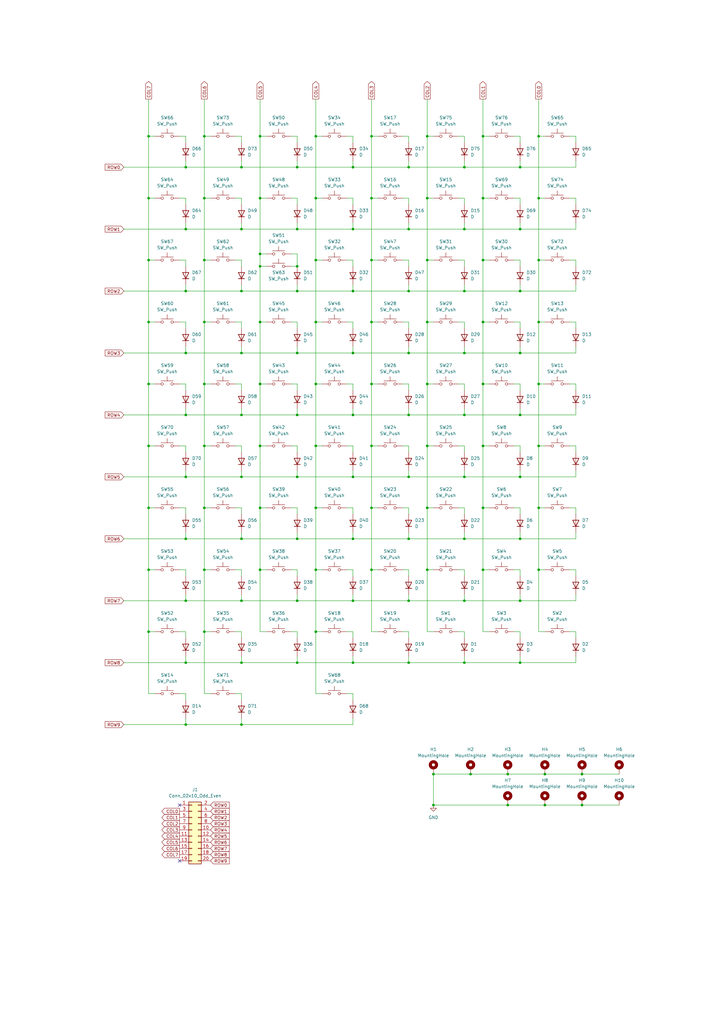
<source format=kicad_sch>
(kicad_sch (version 20231120) (generator "eeschema") (generator_version "8.0")
  (paper "A3" portrait)
  (title_block (title "KCC plus - keyboard") (date "2024-03-25") (rev "1") (company "Benedikt Freisen") (comment 1 "6128 compatible, for MX switches and ANSI+ISO XDA keycap sets") (comment 2 "76 keys, 75 scan codes (2x shift)") (comment 4 "Keyboard assembly for the KCC plus"))
  (junction (at 190.5 119.38))
  (junction (at 99.06 220.98))
  (junction (at 152.4 182.88))
  (junction (at 144.78 271.78))
  (junction (at 129.54 106.68))
  (junction (at 193.04 317.5))
  (junction (at 190.5 68.58))
  (junction (at 190.5 220.98))
  (junction (at 220.98 208.28))
  (junction (at 208.28 330.2))
  (junction (at 152.4 55.88))
  (junction (at 213.36 220.98))
  (junction (at 60.96 233.68))
  (junction (at 167.64 93.98))
  (junction (at 106.68 81.28))
  (junction (at 83.82 81.28))
  (junction (at 167.64 144.78))
  (junction (at 144.78 93.98))
  (junction (at 83.82 55.88))
  (junction (at 76.2 170.18))
  (junction (at 177.8 330.2))
  (junction (at 106.68 233.68))
  (junction (at 220.98 132.08))
  (junction (at 106.68 208.28))
  (junction (at 83.82 132.08))
  (junction (at 76.2 119.38))
  (junction (at 198.12 106.68))
  (junction (at 99.06 195.58))
  (junction (at 60.96 55.88))
  (junction (at 106.68 55.88))
  (junction (at 213.36 93.98))
  (junction (at 152.4 157.48))
  (junction (at 83.82 182.88))
  (junction (at 220.98 55.88))
  (junction (at 83.82 233.68))
  (junction (at 99.06 170.18))
  (junction (at 175.26 208.28))
  (junction (at 190.5 93.98))
  (junction (at 220.98 233.68))
  (junction (at 220.98 106.68))
  (junction (at 238.76 317.5))
  (junction (at 106.68 157.48))
  (junction (at 175.26 55.88))
  (junction (at 99.06 93.98))
  (junction (at 60.96 182.88))
  (junction (at 144.78 68.58))
  (junction (at 144.78 119.38))
  (junction (at 76.2 297.18))
  (junction (at 213.36 68.58))
  (junction (at 167.64 246.38))
  (junction (at 121.92 220.98))
  (junction (at 129.54 182.88))
  (junction (at 198.12 182.88))
  (junction (at 152.4 106.68))
  (junction (at 83.82 106.68))
  (junction (at 175.26 182.88))
  (junction (at 198.12 132.08))
  (junction (at 144.78 195.58))
  (junction (at 167.64 170.18))
  (junction (at 198.12 157.48))
  (junction (at 213.36 170.18))
  (junction (at 220.98 81.28))
  (junction (at 198.12 208.28))
  (junction (at 129.54 157.48))
  (junction (at 220.98 157.48))
  (junction (at 238.76 330.2))
  (junction (at 167.64 68.58))
  (junction (at 121.92 119.38))
  (junction (at 177.8 317.5))
  (junction (at 175.26 132.08))
  (junction (at 152.4 208.28))
  (junction (at 152.4 132.08))
  (junction (at 106.68 132.08))
  (junction (at 99.06 144.78))
  (junction (at 83.82 259.08))
  (junction (at 121.92 271.78))
  (junction (at 121.92 144.78))
  (junction (at 167.64 271.78))
  (junction (at 190.5 144.78))
  (junction (at 129.54 55.88))
  (junction (at 213.36 246.38))
  (junction (at 99.06 297.18))
  (junction (at 144.78 246.38))
  (junction (at 213.36 271.78))
  (junction (at 175.26 106.68))
  (junction (at 152.4 81.28))
  (junction (at 144.78 220.98))
  (junction (at 167.64 119.38))
  (junction (at 213.36 119.38))
  (junction (at 121.92 68.58))
  (junction (at 167.64 195.58))
  (junction (at 99.06 246.38))
  (junction (at 190.5 170.18))
  (junction (at 99.06 119.38))
  (junction (at 76.2 93.98))
  (junction (at 76.2 271.78))
  (junction (at 121.92 246.38))
  (junction (at 60.96 132.08))
  (junction (at 121.92 93.98))
  (junction (at 99.06 68.58))
  (junction (at 152.4 233.68))
  (junction (at 60.96 208.28))
  (junction (at 190.5 195.58))
  (junction (at 60.96 259.08))
  (junction (at 144.78 170.18))
  (junction (at 167.64 220.98))
  (junction (at 175.26 81.28))
  (junction (at 60.96 157.48))
  (junction (at 121.92 195.58))
  (junction (at 129.54 132.08))
  (junction (at 60.96 81.28))
  (junction (at 198.12 55.88))
  (junction (at 220.98 182.88))
  (junction (at 106.68 182.88))
  (junction (at 223.52 317.5))
  (junction (at 106.68 109.22))
  (junction (at 129.54 233.68))
  (junction (at 83.82 208.28))
  (junction (at 76.2 220.98))
  (junction (at 83.82 157.48))
  (junction (at 190.5 271.78))
  (junction (at 223.52 330.2))
  (junction (at 213.36 195.58))
  (junction (at 190.5 246.38))
  (junction (at 121.92 170.18))
  (junction (at 198.12 81.28))
  (junction (at 175.26 157.48))
  (junction (at 129.54 81.28))
  (junction (at 76.2 68.58))
  (junction (at 213.36 144.78))
  (junction (at 121.92 109.22))
  (junction (at 60.96 106.68))
  (junction (at 106.68 104.14))
  (junction (at 129.54 208.28))
  (junction (at 198.12 233.68))
  (junction (at 76.2 195.58))
  (junction (at 76.2 144.78))
  (junction (at 76.2 246.38))
  (junction (at 99.06 271.78))
  (junction (at 129.54 259.08))
  (junction (at 175.26 233.68))
  (junction (at 144.78 144.78))
  (junction (at 208.28 317.5))
  (no_connect (at 73.66 353.06))
  (no_connect (at 73.66 330.2))
  (wire (pts (xy 129.54 106.68) (xy 132.08 106.68)))
  (wire (pts (xy 175.26 182.88) (xy 175.26 208.28)))
  (wire (pts (xy 99.06 157.48) (xy 99.06 160.02)))
  (wire (pts (xy 152.4 40.64) (xy 152.4 55.88)))
  (wire (pts (xy 99.06 243.84) (xy 99.06 246.38)))
  (wire (pts (xy 167.64 106.68) (xy 167.64 109.22)))
  (wire (pts (xy 167.64 132.08) (xy 167.64 134.62)))
  (wire (pts (xy 60.96 55.88) (xy 60.96 81.28)))
  (wire (pts (xy 167.64 243.84) (xy 167.64 246.38)))
  (wire (pts (xy 213.36 243.84) (xy 213.36 246.38)))
  (wire (pts (xy 99.06 93.98) (xy 121.92 93.98)))
  (wire (pts (xy 198.12 259.08) (xy 200.66 259.08)))
  (wire (pts (xy 190.5 193.04) (xy 190.5 195.58)))
  (wire (pts (xy 152.4 55.88) (xy 154.94 55.88)))
  (wire (pts (xy 142.24 132.08) (xy 144.78 132.08)))
  (wire (pts (xy 60.96 233.68) (xy 63.5 233.68)))
  (wire (pts (xy 167.64 208.28) (xy 167.64 210.82)))
  (wire (pts (xy 76.2 218.44) (xy 76.2 220.98)))
  (wire (pts (xy 198.12 55.88) (xy 200.66 55.88)))
  (wire (pts (xy 190.5 106.68) (xy 190.5 109.22)))
  (wire (pts (xy 99.06 167.64) (xy 99.06 170.18)))
  (wire (pts (xy 144.78 132.08) (xy 144.78 134.62)))
  (wire (pts (xy 190.5 68.58) (xy 213.36 68.58)))
  (wire (pts (xy 144.78 243.84) (xy 144.78 246.38)))
  (wire (pts (xy 99.06 220.98) (xy 121.92 220.98)))
  (wire (pts (xy 129.54 182.88) (xy 129.54 208.28)))
  (wire (pts (xy 96.52 233.68) (xy 99.06 233.68)))
  (wire (pts (xy 76.2 167.64) (xy 76.2 170.18)))
  (wire (pts (xy 167.64 119.38) (xy 190.5 119.38)))
  (wire (pts (xy 213.36 218.44) (xy 213.36 220.98)))
  (wire (pts (xy 121.92 271.78) (xy 144.78 271.78)))
  (wire (pts (xy 165.1 208.28) (xy 167.64 208.28)))
  (wire (pts (xy 175.26 233.68) (xy 175.26 259.08)))
  (wire (pts (xy 50.8 119.38) (xy 76.2 119.38)))
  (wire (pts (xy 236.22 218.44) (xy 236.22 220.98)))
  (wire (pts (xy 167.64 142.24) (xy 167.64 144.78)))
  (wire (pts (xy 106.68 109.22) (xy 109.22 109.22)))
  (wire (pts (xy 213.36 233.68) (xy 213.36 236.22)))
  (wire (pts (xy 99.06 119.38) (xy 121.92 119.38)))
  (wire (pts (xy 233.68 259.08) (xy 236.22 259.08)))
  (wire (pts (xy 210.82 81.28) (xy 213.36 81.28)))
  (wire (pts (xy 76.2 119.38) (xy 99.06 119.38)))
  (wire (pts (xy 99.06 116.84) (xy 99.06 119.38)))
  (wire (pts (xy 73.66 157.48) (xy 76.2 157.48)))
  (wire (pts (xy 175.26 208.28) (xy 177.8 208.28)))
  (wire (pts (xy 144.78 55.88) (xy 144.78 58.42)))
  (wire (pts (xy 60.96 157.48) (xy 63.5 157.48)))
  (wire (pts (xy 213.36 132.08) (xy 213.36 134.62)))
  (wire (pts (xy 165.1 132.08) (xy 167.64 132.08)))
  (wire (pts (xy 73.66 233.68) (xy 76.2 233.68)))
  (wire (pts (xy 165.1 106.68) (xy 167.64 106.68)))
  (wire (pts (xy 177.8 317.5) (xy 177.8 330.2)))
  (wire (pts (xy 167.64 170.18) (xy 190.5 170.18)))
  (wire (pts (xy 106.68 55.88) (xy 109.22 55.88)))
  (wire (pts (xy 187.96 132.08) (xy 190.5 132.08)))
  (wire (pts (xy 175.26 106.68) (xy 175.26 132.08)))
  (wire (pts (xy 152.4 182.88) (xy 152.4 208.28)))
  (wire (pts (xy 233.68 233.68) (xy 236.22 233.68)))
  (wire (pts (xy 99.06 132.08) (xy 99.06 134.62)))
  (wire (pts (xy 167.64 269.24) (xy 167.64 271.78)))
  (wire (pts (xy 106.68 208.28) (xy 106.68 233.68)))
  (wire (pts (xy 76.2 284.48) (xy 76.2 287.02)))
  (wire (pts (xy 144.78 91.44) (xy 144.78 93.98)))
  (wire (pts (xy 236.22 182.88) (xy 236.22 185.42)))
  (wire (pts (xy 50.8 220.98) (xy 76.2 220.98)))
  (wire (pts (xy 60.96 284.48) (xy 63.5 284.48)))
  (wire (pts (xy 76.2 233.68) (xy 76.2 236.22)))
  (wire (pts (xy 190.5 218.44) (xy 190.5 220.98)))
  (wire (pts (xy 96.52 208.28) (xy 99.06 208.28)))
  (wire (pts (xy 198.12 233.68) (xy 200.66 233.68)))
  (wire (pts (xy 106.68 233.68) (xy 109.22 233.68)))
  (wire (pts (xy 83.82 157.48) (xy 83.82 182.88)))
  (wire (pts (xy 213.36 144.78) (xy 236.22 144.78)))
  (wire (pts (xy 167.64 81.28) (xy 167.64 83.82)))
  (wire (pts (xy 238.76 330.2) (xy 254 330.2)))
  (wire (pts (xy 187.96 208.28) (xy 190.5 208.28)))
  (wire (pts (xy 220.98 106.68) (xy 220.98 132.08)))
  (wire (pts (xy 60.96 182.88) (xy 60.96 208.28)))
  (wire (pts (xy 132.08 284.48) (xy 129.54 284.48)))
  (wire (pts (xy 187.96 259.08) (xy 190.5 259.08)))
  (wire (pts (xy 236.22 243.84) (xy 236.22 246.38)))
  (wire (pts (xy 213.36 208.28) (xy 213.36 210.82)))
  (wire (pts (xy 236.22 132.08) (xy 236.22 134.62)))
  (wire (pts (xy 121.92 55.88) (xy 121.92 58.42)))
  (wire (pts (xy 96.52 284.48) (xy 99.06 284.48)))
  (wire (pts (xy 60.96 81.28) (xy 63.5 81.28)))
  (wire (pts (xy 190.5 233.68) (xy 190.5 236.22)))
  (wire (pts (xy 121.92 91.44) (xy 121.92 93.98)))
  (wire (pts (xy 96.52 106.68) (xy 99.06 106.68)))
  (wire (pts (xy 165.1 55.88) (xy 167.64 55.88)))
  (wire (pts (xy 76.2 142.24) (xy 76.2 144.78)))
  (wire (pts (xy 60.96 132.08) (xy 63.5 132.08)))
  (wire (pts (xy 76.2 297.18) (xy 99.06 297.18)))
  (wire (pts (xy 99.06 55.88) (xy 99.06 58.42)))
  (wire (pts (xy 73.66 81.28) (xy 76.2 81.28)))
  (wire (pts (xy 175.26 81.28) (xy 177.8 81.28)))
  (wire (pts (xy 76.2 193.04) (xy 76.2 195.58)))
  (wire (pts (xy 73.66 259.08) (xy 76.2 259.08)))
  (wire (pts (xy 144.78 93.98) (xy 167.64 93.98)))
  (wire (pts (xy 99.06 170.18) (xy 121.92 170.18)))
  (wire (pts (xy 144.78 68.58) (xy 167.64 68.58)))
  (wire (pts (xy 50.8 271.78) (xy 76.2 271.78)))
  (wire (pts (xy 165.1 81.28) (xy 167.64 81.28)))
  (wire (pts (xy 83.82 208.28) (xy 83.82 233.68)))
  (wire (pts (xy 190.5 93.98) (xy 213.36 93.98)))
  (wire (pts (xy 167.64 182.88) (xy 167.64 185.42)))
  (wire (pts (xy 198.12 157.48) (xy 200.66 157.48)))
  (wire (pts (xy 190.5 91.44) (xy 190.5 93.98)))
  (wire (pts (xy 198.12 81.28) (xy 198.12 106.68)))
  (wire (pts (xy 142.24 81.28) (xy 144.78 81.28)))
  (wire (pts (xy 76.2 144.78) (xy 99.06 144.78)))
  (wire (pts (xy 99.06 271.78) (xy 121.92 271.78)))
  (wire (pts (xy 144.78 170.18) (xy 167.64 170.18)))
  (wire (pts (xy 175.26 81.28) (xy 175.26 106.68)))
  (wire (pts (xy 236.22 208.28) (xy 236.22 210.82)))
  (wire (pts (xy 99.06 91.44) (xy 99.06 93.98)))
  (wire (pts (xy 220.98 55.88) (xy 220.98 81.28)))
  (wire (pts (xy 142.24 106.68) (xy 144.78 106.68)))
  (wire (pts (xy 190.5 157.48) (xy 190.5 160.02)))
  (wire (pts (xy 144.78 193.04) (xy 144.78 195.58)))
  (wire (pts (xy 210.82 157.48) (xy 213.36 157.48)))
  (wire (pts (xy 144.78 81.28) (xy 144.78 83.82)))
  (wire (pts (xy 190.5 220.98) (xy 213.36 220.98)))
  (wire (pts (xy 220.98 81.28) (xy 220.98 106.68)))
  (wire (pts (xy 144.78 246.38) (xy 167.64 246.38)))
  (wire (pts (xy 60.96 106.68) (xy 63.5 106.68)))
  (wire (pts (xy 144.78 233.68) (xy 144.78 236.22)))
  (wire (pts (xy 236.22 91.44) (xy 236.22 93.98)))
  (wire (pts (xy 236.22 157.48) (xy 236.22 160.02)))
  (wire (pts (xy 142.24 208.28) (xy 144.78 208.28)))
  (wire (pts (xy 236.22 66.04) (xy 236.22 68.58)))
  (wire (pts (xy 142.24 259.08) (xy 144.78 259.08)))
  (wire (pts (xy 144.78 66.04) (xy 144.78 68.58)))
  (wire (pts (xy 144.78 144.78) (xy 167.64 144.78)))
  (wire (pts (xy 233.68 157.48) (xy 236.22 157.48)))
  (wire (pts (xy 220.98 233.68) (xy 223.52 233.68)))
  (wire (pts (xy 121.92 246.38) (xy 144.78 246.38)))
  (wire (pts (xy 236.22 55.88) (xy 236.22 58.42)))
  (wire (pts (xy 175.26 132.08) (xy 175.26 157.48)))
  (wire (pts (xy 73.66 132.08) (xy 76.2 132.08)))
  (wire (pts (xy 142.24 284.48) (xy 144.78 284.48)))
  (wire (pts (xy 129.54 208.28) (xy 132.08 208.28)))
  (wire (pts (xy 142.24 182.88) (xy 144.78 182.88)))
  (wire (pts (xy 213.36 195.58) (xy 236.22 195.58)))
  (wire (pts (xy 213.36 220.98) (xy 236.22 220.98)))
  (wire (pts (xy 167.64 66.04) (xy 167.64 68.58)))
  (wire (pts (xy 99.06 106.68) (xy 99.06 109.22)))
  (wire (pts (xy 83.82 81.28) (xy 86.36 81.28)))
  (wire (pts (xy 233.68 81.28) (xy 236.22 81.28)))
  (wire (pts (xy 60.96 157.48) (xy 60.96 182.88)))
  (wire (pts (xy 83.82 40.64) (xy 83.82 55.88)))
  (wire (pts (xy 213.36 182.88) (xy 213.36 185.42)))
  (wire (pts (xy 142.24 157.48) (xy 144.78 157.48)))
  (wire (pts (xy 144.78 284.48) (xy 144.78 287.02)))
  (wire (pts (xy 73.66 208.28) (xy 76.2 208.28)))
  (wire (pts (xy 175.26 208.28) (xy 175.26 233.68)))
  (wire (pts (xy 220.98 40.64) (xy 220.98 55.88)))
  (wire (pts (xy 165.1 259.08) (xy 167.64 259.08)))
  (wire (pts (xy 83.82 81.28) (xy 83.82 106.68)))
  (wire (pts (xy 167.64 218.44) (xy 167.64 220.98)))
  (wire (pts (xy 198.12 157.48) (xy 198.12 182.88)))
  (wire (pts (xy 213.36 66.04) (xy 213.36 68.58)))
  (wire (pts (xy 76.2 259.08) (xy 76.2 261.62)))
  (wire (pts (xy 236.22 142.24) (xy 236.22 144.78)))
  (wire (pts (xy 73.66 55.88) (xy 76.2 55.88)))
  (wire (pts (xy 175.26 259.08) (xy 177.8 259.08)))
  (wire (pts (xy 210.82 208.28) (xy 213.36 208.28)))
  (wire (pts (xy 208.28 317.5) (xy 223.52 317.5)))
  (wire (pts (xy 121.92 68.58) (xy 144.78 68.58)))
  (wire (pts (xy 83.82 233.68) (xy 83.82 259.08)))
  (wire (pts (xy 83.82 233.68) (xy 86.36 233.68)))
  (wire (pts (xy 167.64 193.04) (xy 167.64 195.58)))
  (wire (pts (xy 129.54 106.68) (xy 129.54 132.08)))
  (wire (pts (xy 83.82 157.48) (xy 86.36 157.48)))
  (wire (pts (xy 119.38 259.08) (xy 121.92 259.08)))
  (wire (pts (xy 152.4 259.08) (xy 154.94 259.08)))
  (wire (pts (xy 198.12 132.08) (xy 200.66 132.08)))
  (wire (pts (xy 152.4 81.28) (xy 152.4 106.68)))
  (wire (pts (xy 99.06 259.08) (xy 99.06 261.62)))
  (wire (pts (xy 129.54 157.48) (xy 129.54 182.88)))
  (wire (pts (xy 210.82 233.68) (xy 213.36 233.68)))
  (wire (pts (xy 121.92 170.18) (xy 144.78 170.18)))
  (wire (pts (xy 175.26 132.08) (xy 177.8 132.08)))
  (wire (pts (xy 99.06 233.68) (xy 99.06 236.22)))
  (wire (pts (xy 73.66 106.68) (xy 76.2 106.68)))
  (wire (pts (xy 190.5 243.84) (xy 190.5 246.38)))
  (wire (pts (xy 190.5 132.08) (xy 190.5 134.62)))
  (wire (pts (xy 187.96 182.88) (xy 190.5 182.88)))
  (wire (pts (xy 213.36 119.38) (xy 236.22 119.38)))
  (wire (pts (xy 213.36 167.64) (xy 213.36 170.18)))
  (wire (pts (xy 144.78 218.44) (xy 144.78 220.98)))
  (wire (pts (xy 165.1 233.68) (xy 167.64 233.68)))
  (wire (pts (xy 76.2 93.98) (xy 99.06 93.98)))
  (wire (pts (xy 76.2 68.58) (xy 99.06 68.58)))
  (wire (pts (xy 50.8 144.78) (xy 76.2 144.78)))
  (wire (pts (xy 187.96 55.88) (xy 190.5 55.88)))
  (wire (pts (xy 213.36 269.24) (xy 213.36 271.78)))
  (wire (pts (xy 99.06 193.04) (xy 99.06 195.58)))
  (wire (pts (xy 152.4 208.28) (xy 152.4 233.68)))
  (wire (pts (xy 76.2 116.84) (xy 76.2 119.38)))
  (wire (pts (xy 144.78 116.84) (xy 144.78 119.38)))
  (wire (pts (xy 121.92 116.84) (xy 121.92 119.38)))
  (wire (pts (xy 175.26 55.88) (xy 175.26 81.28)))
  (wire (pts (xy 220.98 182.88) (xy 223.52 182.88)))
  (wire (pts (xy 129.54 284.48) (xy 129.54 259.08)))
  (wire (pts (xy 193.04 317.5) (xy 208.28 317.5)))
  (wire (pts (xy 50.8 297.18) (xy 76.2 297.18)))
  (wire (pts (xy 50.8 68.58) (xy 76.2 68.58)))
  (wire (pts (xy 119.38 81.28) (xy 121.92 81.28)))
  (wire (pts (xy 99.06 142.24) (xy 99.06 144.78)))
  (wire (pts (xy 220.98 182.88) (xy 220.98 208.28)))
  (wire (pts (xy 213.36 259.08) (xy 213.36 261.62)))
  (wire (pts (xy 220.98 132.08) (xy 220.98 157.48)))
  (wire (pts (xy 144.78 294.64) (xy 144.78 297.18)))
  (wire (pts (xy 76.2 182.88) (xy 76.2 185.42)))
  (wire (pts (xy 129.54 157.48) (xy 132.08 157.48)))
  (wire (pts (xy 198.12 208.28) (xy 198.12 233.68)))
  (wire (pts (xy 190.5 119.38) (xy 213.36 119.38)))
  (wire (pts (xy 236.22 106.68) (xy 236.22 109.22)))
  (wire (pts (xy 190.5 81.28) (xy 190.5 83.82)))
  (wire (pts (xy 129.54 233.68) (xy 129.54 259.08)))
  (wire (pts (xy 152.4 132.08) (xy 154.94 132.08)))
  (wire (pts (xy 121.92 218.44) (xy 121.92 220.98)))
  (wire (pts (xy 213.36 81.28) (xy 213.36 83.82)))
  (wire (pts (xy 167.64 246.38) (xy 190.5 246.38)))
  (wire (pts (xy 119.38 233.68) (xy 121.92 233.68)))
  (wire (pts (xy 76.2 106.68) (xy 76.2 109.22)))
  (wire (pts (xy 121.92 182.88) (xy 121.92 185.42)))
  (wire (pts (xy 220.98 106.68) (xy 223.52 106.68)))
  (wire (pts (xy 175.26 233.68) (xy 177.8 233.68)))
  (wire (pts (xy 129.54 81.28) (xy 132.08 81.28)))
  (wire (pts (xy 83.82 132.08) (xy 86.36 132.08)))
  (wire (pts (xy 190.5 142.24) (xy 190.5 144.78)))
  (wire (pts (xy 213.36 157.48) (xy 213.36 160.02)))
  (wire (pts (xy 220.98 81.28) (xy 223.52 81.28)))
  (wire (pts (xy 121.92 233.68) (xy 121.92 236.22)))
  (wire (pts (xy 121.92 167.64) (xy 121.92 170.18)))
  (wire (pts (xy 165.1 157.48) (xy 167.64 157.48)))
  (wire (pts (xy 190.5 170.18) (xy 213.36 170.18)))
  (wire (pts (xy 167.64 68.58) (xy 190.5 68.58)))
  (wire (pts (xy 60.96 259.08) (xy 60.96 284.48)))
  (wire (pts (xy 129.54 259.08) (xy 132.08 259.08)))
  (wire (pts (xy 121.92 157.48) (xy 121.92 160.02)))
  (wire (pts (xy 236.22 233.68) (xy 236.22 236.22)))
  (wire (pts (xy 190.5 259.08) (xy 190.5 261.62)))
  (wire (pts (xy 106.68 132.08) (xy 109.22 132.08)))
  (wire (pts (xy 144.78 157.48) (xy 144.78 160.02)))
  (wire (pts (xy 106.68 40.64) (xy 106.68 55.88)))
  (wire (pts (xy 236.22 193.04) (xy 236.22 195.58)))
  (wire (pts (xy 76.2 55.88) (xy 76.2 58.42)))
  (wire (pts (xy 213.36 91.44) (xy 213.36 93.98)))
  (wire (pts (xy 99.06 182.88) (xy 99.06 185.42)))
  (wire (pts (xy 121.92 142.24) (xy 121.92 144.78)))
  (wire (pts (xy 236.22 269.24) (xy 236.22 271.78)))
  (wire (pts (xy 99.06 294.64) (xy 99.06 297.18)))
  (wire (pts (xy 60.96 55.88) (xy 63.5 55.88)))
  (wire (pts (xy 198.12 81.28) (xy 200.66 81.28)))
  (wire (pts (xy 152.4 233.68) (xy 154.94 233.68)))
  (wire (pts (xy 210.82 132.08) (xy 213.36 132.08)))
  (wire (pts (xy 129.54 182.88) (xy 132.08 182.88)))
  (wire (pts (xy 144.78 119.38) (xy 167.64 119.38)))
  (wire (pts (xy 76.2 66.04) (xy 76.2 68.58)))
  (wire (pts (xy 121.92 66.04) (xy 121.92 68.58)))
  (wire (pts (xy 99.06 144.78) (xy 121.92 144.78)))
  (wire (pts (xy 106.68 208.28) (xy 109.22 208.28)))
  (wire (pts (xy 106.68 259.08) (xy 109.22 259.08)))
  (wire (pts (xy 236.22 259.08) (xy 236.22 261.62)))
  (wire (pts (xy 96.52 182.88) (xy 99.06 182.88)))
  (wire (pts (xy 213.36 271.78) (xy 236.22 271.78)))
  (wire (pts (xy 106.68 233.68) (xy 106.68 259.08)))
  (wire (pts (xy 190.5 116.84) (xy 190.5 119.38)))
  (wire (pts (xy 167.64 93.98) (xy 190.5 93.98)))
  (wire (pts (xy 144.78 195.58) (xy 167.64 195.58)))
  (wire (pts (xy 129.54 81.28) (xy 129.54 106.68)))
  (wire (pts (xy 121.92 93.98) (xy 144.78 93.98)))
  (wire (pts (xy 233.68 55.88) (xy 236.22 55.88)))
  (wire (pts (xy 121.92 269.24) (xy 121.92 271.78)))
  (wire (pts (xy 83.82 106.68) (xy 83.82 132.08)))
  (wire (pts (xy 119.38 182.88) (xy 121.92 182.88)))
  (wire (pts (xy 83.82 284.48) (xy 83.82 259.08)))
  (wire (pts (xy 187.96 157.48) (xy 190.5 157.48)))
  (wire (pts (xy 213.36 246.38) (xy 236.22 246.38)))
  (wire (pts (xy 129.54 55.88) (xy 129.54 81.28)))
  (wire (pts (xy 60.96 233.68) (xy 60.96 259.08)))
  (wire (pts (xy 50.8 93.98) (xy 76.2 93.98)))
  (wire (pts (xy 99.06 208.28) (xy 99.06 210.82)))
  (wire (pts (xy 190.5 208.28) (xy 190.5 210.82)))
  (wire (pts (xy 83.82 132.08) (xy 83.82 157.48)))
  (wire (pts (xy 190.5 144.78) (xy 213.36 144.78)))
  (wire (pts (xy 99.06 68.58) (xy 121.92 68.58)))
  (wire (pts (xy 190.5 246.38) (xy 213.36 246.38)))
  (wire (pts (xy 144.78 208.28) (xy 144.78 210.82)))
  (wire (pts (xy 121.92 144.78) (xy 144.78 144.78)))
  (wire (pts (xy 198.12 132.08) (xy 198.12 157.48)))
  (wire (pts (xy 121.92 195.58) (xy 144.78 195.58)))
  (wire (pts (xy 119.38 132.08) (xy 121.92 132.08)))
  (wire (pts (xy 152.4 132.08) (xy 152.4 157.48)))
  (wire (pts (xy 60.96 106.68) (xy 60.96 132.08)))
  (wire (pts (xy 198.12 40.64) (xy 198.12 55.88)))
  (wire (pts (xy 233.68 106.68) (xy 236.22 106.68)))
  (wire (pts (xy 99.06 195.58) (xy 121.92 195.58)))
  (wire (pts (xy 76.2 269.24) (xy 76.2 271.78)))
  (wire (pts (xy 167.64 233.68) (xy 167.64 236.22)))
  (wire (pts (xy 152.4 106.68) (xy 154.94 106.68)))
  (wire (pts (xy 167.64 259.08) (xy 167.64 261.62)))
  (wire (pts (xy 106.68 104.14) (xy 109.22 104.14)))
  (wire (pts (xy 220.98 157.48) (xy 220.98 182.88)))
  (wire (pts (xy 99.06 246.38) (xy 121.92 246.38)))
  (wire (pts (xy 83.82 284.48) (xy 86.36 284.48)))
  (wire (pts (xy 76.2 294.64) (xy 76.2 297.18)))
  (wire (pts (xy 106.68 81.28) (xy 106.68 104.14)))
  (wire (pts (xy 121.92 243.84) (xy 121.92 246.38)))
  (wire (pts (xy 152.4 233.68) (xy 152.4 259.08)))
  (wire (pts (xy 210.82 106.68) (xy 213.36 106.68)))
  (wire (pts (xy 167.64 157.48) (xy 167.64 160.02)))
  (wire (pts (xy 175.26 55.88) (xy 177.8 55.88)))
  (wire (pts (xy 76.2 246.38) (xy 99.06 246.38)))
  (wire (pts (xy 213.36 142.24) (xy 213.36 144.78)))
  (wire (pts (xy 220.98 259.08) (xy 223.52 259.08)))
  (wire (pts (xy 76.2 195.58) (xy 99.06 195.58)))
  (wire (pts (xy 187.96 81.28) (xy 190.5 81.28)))
  (wire (pts (xy 83.82 259.08) (xy 86.36 259.08)))
  (wire (pts (xy 119.38 109.22) (xy 121.92 109.22)))
  (wire (pts (xy 152.4 157.48) (xy 154.94 157.48)))
  (wire (pts (xy 60.96 259.08) (xy 63.5 259.08)))
  (wire (pts (xy 175.26 157.48) (xy 177.8 157.48)))
  (wire (pts (xy 76.2 220.98) (xy 99.06 220.98)))
  (wire (pts (xy 76.2 91.44) (xy 76.2 93.98)))
  (wire (pts (xy 167.64 116.84) (xy 167.64 119.38)))
  (wire (pts (xy 144.78 259.08) (xy 144.78 261.62)))
  (wire (pts (xy 60.96 81.28) (xy 60.96 106.68)))
  (wire (pts (xy 76.2 208.28) (xy 76.2 210.82)))
  (wire (pts (xy 233.68 132.08) (xy 236.22 132.08)))
  (wire (pts (xy 121.92 259.08) (xy 121.92 261.62)))
  (wire (pts (xy 96.52 259.08) (xy 99.06 259.08)))
  (wire (pts (xy 175.26 40.64) (xy 175.26 55.88)))
  (wire (pts (xy 190.5 167.64) (xy 190.5 170.18)))
  (wire (pts (xy 177.8 330.2) (xy 208.28 330.2)))
  (wire (pts (xy 167.64 195.58) (xy 190.5 195.58)))
  (wire (pts (xy 152.4 106.68) (xy 152.4 132.08)))
  (wire (pts (xy 198.12 55.88) (xy 198.12 81.28)))
  (wire (pts (xy 60.96 182.88) (xy 63.5 182.88)))
  (wire (pts (xy 236.22 81.28) (xy 236.22 83.82)))
  (wire (pts (xy 190.5 66.04) (xy 190.5 68.58)))
  (wire (pts (xy 76.2 157.48) (xy 76.2 160.02)))
  (wire (pts (xy 190.5 182.88) (xy 190.5 185.42)))
  (wire (pts (xy 129.54 233.68) (xy 132.08 233.68)))
  (wire (pts (xy 187.96 233.68) (xy 190.5 233.68)))
  (wire (pts (xy 210.82 259.08) (xy 213.36 259.08)))
  (wire (pts (xy 144.78 106.68) (xy 144.78 109.22)))
  (wire (pts (xy 96.52 132.08) (xy 99.06 132.08)))
  (wire (pts (xy 50.8 195.58) (xy 76.2 195.58)))
  (wire (pts (xy 152.4 157.48) (xy 152.4 182.88)))
  (wire (pts (xy 220.98 208.28) (xy 220.98 233.68)))
  (wire (pts (xy 187.96 106.68) (xy 190.5 106.68)))
  (wire (pts (xy 220.98 55.88) (xy 223.52 55.88)))
  (wire (pts (xy 198.12 106.68) (xy 200.66 106.68)))
  (wire (pts (xy 121.92 104.14) (xy 121.92 109.22)))
  (wire (pts (xy 121.92 119.38) (xy 144.78 119.38)))
  (wire (pts (xy 223.52 330.2) (xy 238.76 330.2)))
  (wire (pts (xy 73.66 182.88) (xy 76.2 182.88)))
  (wire (pts (xy 99.06 269.24) (xy 99.06 271.78)))
  (wire (pts (xy 121.92 208.28) (xy 121.92 210.82)))
  (wire (pts (xy 76.2 271.78) (xy 99.06 271.78)))
  (wire (pts (xy 99.06 297.18) (xy 144.78 297.18)))
  (wire (pts (xy 144.78 142.24) (xy 144.78 144.78)))
  (wire (pts (xy 129.54 208.28) (xy 129.54 233.68)))
  (wire (pts (xy 210.82 55.88) (xy 213.36 55.88)))
  (wire (pts (xy 210.82 182.88) (xy 213.36 182.88)))
  (wire (pts (xy 223.52 317.5) (xy 238.76 317.5)))
  (wire (pts (xy 73.66 284.48) (xy 76.2 284.48)))
  (wire (pts (xy 220.98 132.08) (xy 223.52 132.08)))
  (wire (pts (xy 83.82 208.28) (xy 86.36 208.28)))
  (wire (pts (xy 198.12 208.28) (xy 200.66 208.28)))
  (wire (pts (xy 121.92 193.04) (xy 121.92 195.58)))
  (wire (pts (xy 60.96 40.64) (xy 60.96 55.88)))
  (wire (pts (xy 60.96 132.08) (xy 60.96 157.48)))
  (wire (pts (xy 106.68 81.28) (xy 109.22 81.28)))
  (wire (pts (xy 236.22 167.64) (xy 236.22 170.18)))
  (wire (pts (xy 238.76 317.5) (xy 254 317.5)))
  (wire (pts (xy 190.5 55.88) (xy 190.5 58.42)))
  (wire (pts (xy 213.36 170.18) (xy 236.22 170.18)))
  (wire (pts (xy 167.64 167.64) (xy 167.64 170.18)))
  (wire (pts (xy 76.2 170.18) (xy 99.06 170.18)))
  (wire (pts (xy 76.2 132.08) (xy 76.2 134.62)))
  (wire (pts (xy 50.8 246.38) (xy 76.2 246.38)))
  (wire (pts (xy 144.78 269.24) (xy 144.78 271.78)))
  (wire (pts (xy 152.4 182.88) (xy 154.94 182.88)))
  (wire (pts (xy 190.5 195.58) (xy 213.36 195.58)))
  (wire (pts (xy 167.64 220.98) (xy 190.5 220.98)))
  (wire (pts (xy 233.68 182.88) (xy 236.22 182.88)))
  (wire (pts (xy 144.78 220.98) (xy 167.64 220.98)))
  (wire (pts (xy 121.92 132.08) (xy 121.92 134.62)))
  (wire (pts (xy 99.06 66.04) (xy 99.06 68.58)))
  (wire (pts (xy 213.36 116.84) (xy 213.36 119.38)))
  (wire (pts (xy 213.36 193.04) (xy 213.36 195.58)))
  (wire (pts (xy 167.64 91.44) (xy 167.64 93.98)))
  (wire (pts (xy 76.2 243.84) (xy 76.2 246.38)))
  (wire (pts (xy 167.64 271.78) (xy 190.5 271.78)))
  (wire (pts (xy 152.4 81.28) (xy 154.94 81.28)))
  (wire (pts (xy 106.68 109.22) (xy 106.68 132.08)))
  (wire (pts (xy 190.5 271.78) (xy 213.36 271.78)))
  (wire (pts (xy 129.54 55.88) (xy 132.08 55.88)))
  (wire (pts (xy 175.26 106.68) (xy 177.8 106.68)))
  (wire (pts (xy 208.28 330.2) (xy 223.52 330.2)))
  (wire (pts (xy 96.52 157.48) (xy 99.06 157.48)))
  (wire (pts (xy 144.78 167.64) (xy 144.78 170.18)))
  (wire (pts (xy 129.54 40.64) (xy 129.54 55.88)))
  (wire (pts (xy 198.12 182.88) (xy 198.12 208.28)))
  (wire (pts (xy 198.12 106.68) (xy 198.12 132.08)))
  (wire (pts (xy 213.36 68.58) (xy 236.22 68.58)))
  (wire (pts (xy 121.92 81.28) (xy 121.92 83.82)))
  (wire (pts (xy 165.1 182.88) (xy 167.64 182.88)))
  (wire (pts (xy 83.82 182.88) (xy 83.82 208.28)))
  (wire (pts (xy 106.68 132.08) (xy 106.68 157.48)))
  (wire (pts (xy 190.5 269.24) (xy 190.5 271.78)))
  (wire (pts (xy 99.06 81.28) (xy 99.06 83.82)))
  (wire (pts (xy 99.06 218.44) (xy 99.06 220.98)))
  (wire (pts (xy 119.38 55.88) (xy 121.92 55.88)))
  (wire (pts (xy 129.54 132.08) (xy 132.08 132.08)))
  (wire (pts (xy 167.64 55.88) (xy 167.64 58.42)))
  (wire (pts (xy 213.36 55.88) (xy 213.36 58.42)))
  (wire (pts (xy 177.8 317.5) (xy 193.04 317.5)))
  (wire (pts (xy 106.68 55.88) (xy 106.68 81.28)))
  (wire (pts (xy 121.92 220.98) (xy 144.78 220.98)))
  (wire (pts (xy 99.06 284.48) (xy 99.06 287.02)))
  (wire (pts (xy 60.96 208.28) (xy 63.5 208.28)))
  (wire (pts (xy 220.98 233.68) (xy 220.98 259.08)))
  (wire (pts (xy 83.82 55.88) (xy 86.36 55.88)))
  (wire (pts (xy 175.26 182.88) (xy 177.8 182.88)))
  (wire (pts (xy 213.36 93.98) (xy 236.22 93.98)))
  (wire (pts (xy 220.98 208.28) (xy 223.52 208.28)))
  (wire (pts (xy 50.8 170.18) (xy 76.2 170.18)))
  (wire (pts (xy 144.78 182.88) (xy 144.78 185.42)))
  (wire (pts (xy 233.68 208.28) (xy 236.22 208.28)))
  (wire (pts (xy 152.4 208.28) (xy 154.94 208.28)))
  (wire (pts (xy 213.36 106.68) (xy 213.36 109.22)))
  (wire (pts (xy 198.12 182.88) (xy 200.66 182.88)))
  (wire (pts (xy 152.4 55.88) (xy 152.4 81.28)))
  (wire (pts (xy 83.82 55.88) (xy 83.82 81.28)))
  (wire (pts (xy 119.38 157.48) (xy 121.92 157.48)))
  (wire (pts (xy 119.38 208.28) (xy 121.92 208.28)))
  (wire (pts (xy 119.38 104.14) (xy 121.92 104.14)))
  (wire (pts (xy 236.22 116.84) (xy 236.22 119.38)))
  (wire (pts (xy 106.68 182.88) (xy 109.22 182.88)))
  (wire (pts (xy 142.24 233.68) (xy 144.78 233.68)))
  (wire (pts (xy 106.68 157.48) (xy 109.22 157.48)))
  (wire (pts (xy 83.82 106.68) (xy 86.36 106.68)))
  (wire (pts (xy 198.12 233.68) (xy 198.12 259.08)))
  (wire (pts (xy 175.26 157.48) (xy 175.26 182.88)))
  (wire (pts (xy 142.24 55.88) (xy 144.78 55.88)))
  (wire (pts (xy 106.68 104.14) (xy 106.68 109.22)))
  (wire (pts (xy 96.52 55.88) (xy 99.06 55.88)))
  (wire (pts (xy 144.78 271.78) (xy 167.64 271.78)))
  (wire (pts (xy 220.98 157.48) (xy 223.52 157.48)))
  (wire (pts (xy 106.68 182.88) (xy 106.68 208.28)))
  (wire (pts (xy 83.82 182.88) (xy 86.36 182.88)))
  (wire (pts (xy 129.54 132.08) (xy 129.54 157.48)))
  (wire (pts (xy 60.96 208.28) (xy 60.96 233.68)))
  (wire (pts (xy 96.52 81.28) (xy 99.06 81.28)))
  (wire (pts (xy 106.68 157.48) (xy 106.68 182.88)))
  (wire (pts (xy 76.2 81.28) (xy 76.2 83.82)))
  (wire (pts (xy 167.64 144.78) (xy 190.5 144.78)))
  (global_label "COL5" (shape output) (at 106.68 40.64 90) (property "Intersheetrefs" "${INTERSHEET_REFS}" (effects (hide yes))))
  (global_label "ROW6" (shape input) (at 86.36 345.44 0) (property "Intersheetrefs" "${INTERSHEET_REFS}" (effects (hide yes))))
  (global_label "ROW4" (shape input) (at 86.36 340.36 0) (property "Intersheetrefs" "${INTERSHEET_REFS}" (effects (hide yes))))
  (global_label "ROW8" (shape input) (at 50.8 271.78 180) (property "Intersheetrefs" "${INTERSHEET_REFS}" (effects (hide yes))))
  (global_label "ROW8" (shape input) (at 86.36 350.52 0) (property "Intersheetrefs" "${INTERSHEET_REFS}" (effects (hide yes))))
  (global_label "COL0" (shape output) (at 220.98 40.64 90) (property "Intersheetrefs" "${INTERSHEET_REFS}" (effects (hide yes))))
  (global_label "COL4" (shape output) (at 73.66 342.9 180) (property "Intersheetrefs" "${INTERSHEET_REFS}" (effects (hide yes))))
  (global_label "COL1" (shape output) (at 198.12 40.64 90) (property "Intersheetrefs" "${INTERSHEET_REFS}" (effects (hide yes))))
  (global_label "COL4" (shape output) (at 129.54 40.64 90) (property "Intersheetrefs" "${INTERSHEET_REFS}" (effects (hide yes))))
  (global_label "COL1" (shape output) (at 73.66 335.28 180) (property "Intersheetrefs" "${INTERSHEET_REFS}" (effects (hide yes))))
  (global_label "COL2" (shape output) (at 175.26 40.64 90) (property "Intersheetrefs" "${INTERSHEET_REFS}" (effects (hide yes))))
  (global_label "COL2" (shape output) (at 73.66 337.82 180) (property "Intersheetrefs" "${INTERSHEET_REFS}" (effects (hide yes))))
  (global_label "ROW3" (shape input) (at 86.36 337.82 0) (property "Intersheetrefs" "${INTERSHEET_REFS}" (effects (hide yes))))
  (global_label "COL6" (shape output) (at 73.66 347.98 180) (property "Intersheetrefs" "${INTERSHEET_REFS}" (effects (hide yes))))
  (global_label "COL5" (shape output) (at 73.66 345.44 180) (property "Intersheetrefs" "${INTERSHEET_REFS}" (effects (hide yes))))
  (global_label "COL3" (shape output) (at 73.66 340.36 180) (property "Intersheetrefs" "${INTERSHEET_REFS}" (effects (hide yes))))
  (global_label "COL7" (shape output) (at 60.96 40.64 90) (property "Intersheetrefs" "${INTERSHEET_REFS}" (effects (hide yes))))
  (global_label "ROW5" (shape input) (at 86.36 342.9 0) (property "Intersheetrefs" "${INTERSHEET_REFS}" (effects (hide yes))))
  (global_label "COL3" (shape output) (at 152.4 40.64 90) (property "Intersheetrefs" "${INTERSHEET_REFS}" (effects (hide yes))))
  (global_label "COL0" (shape output) (at 73.66 332.74 180) (property "Intersheetrefs" "${INTERSHEET_REFS}" (effects (hide yes))))
  (global_label "ROW2" (shape input) (at 50.8 119.38 180) (property "Intersheetrefs" "${INTERSHEET_REFS}" (effects (hide yes))))
  (global_label "ROW5" (shape input) (at 50.8 195.58 180) (property "Intersheetrefs" "${INTERSHEET_REFS}" (effects (hide yes))))
  (global_label "ROW6" (shape input) (at 50.8 220.98 180) (property "Intersheetrefs" "${INTERSHEET_REFS}" (effects (hide yes))))
  (global_label "ROW4" (shape input) (at 50.8 170.18 180) (property "Intersheetrefs" "${INTERSHEET_REFS}" (effects (hide yes))))
  (global_label "ROW9" (shape input) (at 50.8 297.18 180) (property "Intersheetrefs" "${INTERSHEET_REFS}" (effects (hide yes))))
  (global_label "ROW3" (shape input) (at 50.8 144.78 180) (property "Intersheetrefs" "${INTERSHEET_REFS}" (effects (hide yes))))
  (global_label "ROW9" (shape input) (at 86.36 353.06 0) (property "Intersheetrefs" "${INTERSHEET_REFS}" (effects (hide yes))))
  (global_label "COL6" (shape output) (at 83.82 40.64 90) (property "Intersheetrefs" "${INTERSHEET_REFS}" (effects (hide yes))))
  (global_label "ROW1" (shape input) (at 50.8 93.98 180) (property "Intersheetrefs" "${INTERSHEET_REFS}" (effects (hide yes))))
  (global_label "ROW0" (shape input) (at 86.36 330.2 0) (property "Intersheetrefs" "${INTERSHEET_REFS}" (effects (hide yes))))
  (global_label "ROW2" (shape input) (at 86.36 335.28 0) (property "Intersheetrefs" "${INTERSHEET_REFS}" (effects (hide yes))))
  (global_label "ROW7" (shape input) (at 86.36 347.98 0) (property "Intersheetrefs" "${INTERSHEET_REFS}" (effects (hide yes))))
  (global_label "ROW0" (shape input) (at 50.8 68.58 180) (property "Intersheetrefs" "${INTERSHEET_REFS}" (effects (hide yes))))
  (global_label "ROW1" (shape input) (at 86.36 332.74 0) (property "Intersheetrefs" "${INTERSHEET_REFS}" (effects (hide yes))))
  (global_label "ROW7" (shape input) (at 50.8 246.38 180) (property "Intersheetrefs" "${INTERSHEET_REFS}" (effects (hide yes))))
  (global_label "COL7" (shape output) (at 73.66 350.52 180) (property "Intersheetrefs" "${INTERSHEET_REFS}" (effects (hide yes))))
  (symbol (lib_id "Switch:SW_Push") (at 137.16 233.68 0) (unit 1)
    (property "Reference" "SW37" (at 137.16 226.06 0))
    (property "Value" "SW_Push" (at 137.16 228.6 0))
    (property "Footprint" "Button_Switch_Keyboard:SW_Cherry_MX_1.00u_PCB" (effects (hide yes)))
  )
  (symbol (lib_id "Device:D") (at 121.92 87.63 90) (unit 1)
    (property "Reference" "D48" (at 124.46 86.3599 90) (effects (justify right)))
    (property "Value" "D" (at 124.46 88.8999 90) (effects (justify right)))
    (property "Footprint" "Diode_THT:D_DO-35_SOD27_P7.62mm_Horizontal" (effects (hide yes)))
    (property "Sim.Device" "D" (effects (hide yes)))
    (property "Sim.Pins" "1=K 2=A" (effects (hide yes)))
  )
  (symbol (lib_id "Device:D") (at 99.06 240.03 90) (unit 1)
    (property "Reference" "D54" (at 101.6 238.7599 90) (effects (justify right)))
    (property "Value" "D" (at 101.6 241.2999 90) (effects (justify right)))
    (property "Footprint" "Diode_THT:D_DO-35_SOD27_P7.62mm_Horizontal" (effects (hide yes)))
    (property "Sim.Device" "D" (effects (hide yes)))
    (property "Sim.Pins" "1=K 2=A" (effects (hide yes)))
  )
  (symbol (lib_id "Device:D") (at 76.2 113.03 90) (unit 1)
    (property "Reference" "D67" (at 78.74 111.7599 90) (effects (justify right)))
    (property "Value" "D" (at 78.74 114.2999 90) (effects (justify right)))
    (property "Footprint" "Diode_THT:D_DO-35_SOD27_P7.62mm_Horizontal" (effects (hide yes)))
    (property "Sim.Device" "D" (effects (hide yes)))
    (property "Sim.Pins" "1=K 2=A" (effects (hide yes)))
  )
  (symbol (lib_id "Device:D") (at 190.5 113.03 90) (unit 1)
    (property "Reference" "D31" (at 193.04 111.7599 90) (effects (justify right)))
    (property "Value" "D" (at 193.04 114.2999 90) (effects (justify right)))
    (property "Footprint" "Diode_THT:D_DO-35_SOD27_P7.62mm_Horizontal" (effects (hide yes)))
    (property "Sim.Device" "D" (effects (hide yes)))
    (property "Sim.Pins" "1=K 2=A" (effects (hide yes)))
  )
  (symbol (lib_id "Device:D") (at 76.2 62.23 90) (unit 1)
    (property "Reference" "D66" (at 78.74 60.9599 90) (effects (justify right)))
    (property "Value" "D" (at 78.74 63.4999 90) (effects (justify right)))
    (property "Footprint" "Diode_THT:D_DO-35_SOD27_P7.62mm_Horizontal" (effects (hide yes)))
    (property "Sim.Device" "D" (effects (hide yes)))
    (property "Sim.Pins" "1=K 2=A" (effects (hide yes)))
  )
  (symbol (lib_id "Switch:SW_Push") (at 160.02 106.68 0) (unit 1)
    (property "Reference" "SW47" (at 160.02 99.06 0))
    (property "Value" "SW_Push" (at 160.02 101.6 0))
    (property "Footprint" "Button_Switch_Keyboard:SW_Cherry_MX_1.00u_PCB" (effects (hide yes)))
  )
  (symbol (lib_id "Device:D") (at 213.36 265.43 90) (unit 1)
    (property "Reference" "D3" (at 215.9 264.16 90) (effects (justify right)))
    (property "Value" "D" (at 215.9 266.7 90) (effects (justify right)))
    (property "Footprint" "Diode_THT:D_DO-35_SOD27_P7.62mm_Horizontal" (effects (hide yes)))
    (property "Sim.Device" "D" (effects (hide yes)))
    (property "Sim.Pins" "1=K 2=A" (effects (hide yes)))
  )
  (symbol (lib_id "Switch:SW_Push") (at 228.6 81.28 0) (unit 1)
    (property "Reference" "SW74" (at 228.6 73.66 0))
    (property "Value" "SW_Push" (at 228.6 76.2 0))
    (property "Footprint" "Button_Switch_Keyboard:SW_Cherry_MX_1.00u_PCB" (effects (hide yes)))
  )
  (symbol (lib_id "Device:D") (at 236.22 163.83 90) (unit 1)
    (property "Reference" "D11" (at 238.76 162.56 90) (effects (justify right)))
    (property "Value" "D" (at 238.76 165.1 90) (effects (justify right)))
    (property "Footprint" "Diode_THT:D_DO-35_SOD27_P7.62mm_Horizontal" (effects (hide yes)))
    (property "Sim.Device" "D" (effects (hide yes)))
    (property "Sim.Pins" "1=K 2=A" (effects (hide yes)))
  )
  (symbol (lib_id "Switch:SW_Push") (at 228.6 182.88 0) (unit 1)
    (property "Reference" "SW9" (at 228.6 175.26 0))
    (property "Value" "SW_Push" (at 228.6 177.8 0))
    (property "Footprint" "Button_Switch_Keyboard:SW_Cherry_MX_1.00u_PCB" (effects (hide yes)))
  )
  (symbol (lib_id "Device:D") (at 144.78 163.83 90) (unit 1)
    (property "Reference" "D44" (at 147.32 162.5599 90) (effects (justify right)))
    (property "Value" "D" (at 147.32 165.0999 90) (effects (justify right)))
    (property "Footprint" "Diode_THT:D_DO-35_SOD27_P7.62mm_Horizontal" (effects (hide yes)))
    (property "Sim.Device" "D" (effects (hide yes)))
    (property "Sim.Pins" "1=K 2=A" (effects (hide yes)))
  )
  (symbol (lib_id "Device:D") (at 236.22 62.23 90) (unit 1)
    (property "Reference" "D65" (at 238.76 60.9599 90) (effects (justify right)))
    (property "Value" "D" (at 238.76 63.4999 90) (effects (justify right)))
    (property "Footprint" "Diode_THT:D_DO-35_SOD27_P7.62mm_Horizontal" (effects (hide yes)))
    (property "Sim.Device" "D" (effects (hide yes)))
    (property "Sim.Pins" "1=K 2=A" (effects (hide yes)))
  )
  (symbol (lib_id "Device:D") (at 167.64 163.83 90) (unit 1)
    (property "Reference" "D26" (at 170.18 162.5599 90) (effects (justify right)))
    (property "Value" "D" (at 170.18 165.0999 90) (effects (justify right)))
    (property "Footprint" "Diode_THT:D_DO-35_SOD27_P7.62mm_Horizontal" (effects (hide yes)))
    (property "Sim.Device" "D" (effects (hide yes)))
    (property "Sim.Pins" "1=K 2=A" (effects (hide yes)))
  )
  (symbol (lib_id "Switch:SW_Push") (at 68.58 81.28 0) (unit 1)
    (property "Reference" "SW64" (at 68.58 73.66 0))
    (property "Value" "SW_Push" (at 68.58 76.2 0))
    (property "Footprint" "Button_Switch_Keyboard:SW_Cherry_MX_1.00u_PCB" (effects (hide yes)))
  )
  (symbol (lib_id "Switch:SW_Push") (at 114.3 132.08 0) (unit 1)
    (property "Reference" "SW45" (at 114.3 124.46 0))
    (property "Value" "SW_Push" (at 114.3 127 0))
    (property "Footprint" "Button_Switch_Keyboard:SW_Cherry_MX_1.00u_PCB" (effects (hide yes)))
  )
  (symbol (lib_id "Mechanical:MountingHole_Pad") (at 208.28 314.96 0) (unit 1) (exclude_from_sim yes) (in_bom no)
    (property "Reference" "H3" (at 208.28 307.34 0))
    (property "Value" "MountingHole" (at 208.28 309.88 0))
    (property "Footprint" "MountingHole:MountingHole_4.3x6.2mm_M4_Pad_Via" (effects (hide yes)))
    (property "Description" "Mounting Hole with connection" (effects (hide yes)))
  )
  (symbol (lib_id "Switch:SW_Push") (at 182.88 106.68 0) (unit 1)
    (property "Reference" "SW31" (at 182.88 99.06 0))
    (property "Value" "SW_Push" (at 182.88 101.6 0))
    (property "Footprint" "Button_Switch_Keyboard:SW_Cherry_MX_ISOEnter_PCB" (effects (hide yes)))
  )
  (symbol (lib_id "Switch:SW_Push") (at 137.16 81.28 0) (unit 1)
    (property "Reference" "SW33" (at 137.16 73.66 0))
    (property "Value" "SW_Push" (at 137.16 76.2 0))
    (property "Footprint" "Button_Switch_Keyboard:SW_Cherry_MX_1.00u_PCB" (effects (hide yes)))
  )
  (symbol (lib_id "Device:D") (at 121.92 214.63 90) (unit 1)
    (property "Reference" "D39" (at 124.46 213.3599 90) (effects (justify right)))
    (property "Value" "D" (at 124.46 215.8999 90) (effects (justify right)))
    (property "Footprint" "Diode_THT:D_DO-35_SOD27_P7.62mm_Horizontal" (effects (hide yes)))
    (property "Sim.Device" "D" (effects (hide yes)))
    (property "Sim.Pins" "1=K 2=A" (effects (hide yes)))
  )
  (symbol (lib_id "Device:D") (at 190.5 62.23 90) (unit 1)
    (property "Reference" "D75" (at 193.04 60.9599 90) (effects (justify right)))
    (property "Value" "D" (at 193.04 63.4999 90) (effects (justify right)))
    (property "Footprint" "Diode_THT:D_DO-35_SOD27_P7.62mm_Horizontal" (effects (hide yes)))
    (property "Sim.Device" "D" (effects (hide yes)))
    (property "Sim.Pins" "1=K 2=A" (effects (hide yes)))
  )
  (symbol (lib_id "Switch:SW_Push") (at 182.88 81.28 0) (unit 1)
    (property "Reference" "SW15" (at 182.88 73.66 0))
    (property "Value" "SW_Push" (at 182.88 76.2 0))
    (property "Footprint" "Button_Switch_Keyboard:SW_Cherry_MX_1.00u_PCB" (effects (hide yes)))
  )
  (symbol (lib_id "Switch:SW_Push") (at 91.44 81.28 0) (unit 1)
    (property "Reference" "SW49" (at 91.44 73.66 0))
    (property "Value" "SW_Push" (at 91.44 76.2 0))
    (property "Footprint" "Button_Switch_Keyboard:SW_Cherry_MX_1.00u_PCB" (effects (hide yes)))
  )
  (symbol (lib_id "Switch:SW_Push") (at 205.74 132.08 0) (unit 1)
    (property "Reference" "SW12" (at 205.74 124.46 0))
    (property "Value" "SW_Push" (at 205.74 127 0))
    (property "Footprint" "Button_Switch_Keyboard:SW_Cherry_MX_1.00u_PCB" (effects (hide yes)))
  )
  (symbol (lib_id "Device:D") (at 236.22 265.43 90) (unit 1)
    (property "Reference" "D2" (at 238.76 264.16 90) (effects (justify right)))
    (property "Value" "D" (at 238.76 266.7 90) (effects (justify right)))
    (property "Footprint" "Diode_THT:D_DO-35_SOD27_P7.62mm_Horizontal" (effects (hide yes)))
    (property "Sim.Device" "D" (effects (hide yes)))
    (property "Sim.Pins" "1=K 2=A" (effects (hide yes)))
  )
  (symbol (lib_id "Switch:SW_Push") (at 160.02 132.08 0) (unit 1)
    (property "Reference" "SW28" (at 160.02 124.46 0))
    (property "Value" "SW_Push" (at 160.02 127 0))
    (property "Footprint" "Button_Switch_Keyboard:SW_Cherry_MX_1.00u_PCB" (effects (hide yes)))
  )
  (symbol (lib_id "Switch:SW_Push") (at 228.6 55.88 0) (unit 1)
    (property "Reference" "SW65" (at 228.6 48.26 0))
    (property "Value" "SW_Push" (at 228.6 50.8 0))
    (property "Footprint" "Button_Switch_Keyboard:SW_Cherry_MX_1.00u_PCB" (effects (hide yes)))
  )
  (symbol (lib_id "Device:D") (at 167.64 265.43 90) (unit 1)
    (property "Reference" "D19" (at 170.18 264.1599 90) (effects (justify right)))
    (property "Value" "D" (at 170.18 266.6999 90) (effects (justify right)))
    (property "Footprint" "Diode_THT:D_DO-35_SOD27_P7.62mm_Horizontal" (effects (hide yes)))
    (property "Sim.Device" "D" (effects (hide yes)))
    (property "Sim.Pins" "1=K 2=A" (effects (hide yes)))
  )
  (symbol (lib_id "Switch:SW_Push") (at 68.58 132.08 0) (unit 1)
    (property "Reference" "SW60" (at 68.58 124.46 0))
    (property "Value" "SW_Push" (at 68.58 127 0))
    (property "Footprint" "Button_Switch_Keyboard:SW_Cherry_MX_1.00u_PCB" (effects (hide yes)))
  )
  (symbol (lib_id "Switch:SW_Push") (at 205.74 106.68 0) (unit 1)
    (property "Reference" "SW30" (at 205.74 99.06 0))
    (property "Value" "SW_Push" (at 205.74 101.6 0))
    (property "Footprint" "Button_Switch_Keyboard:SW_Cherry_MX_1.00u_PCB" (effects (hide yes)))
  )
  (symbol (lib_id "Device:D") (at 213.36 163.83 90) (unit 1)
    (property "Reference" "D10" (at 215.9 162.56 90) (effects (justify right)))
    (property "Value" "D" (at 215.9 165.1 90) (effects (justify right)))
    (property "Footprint" "Diode_THT:D_DO-35_SOD27_P7.62mm_Horizontal" (effects (hide yes)))
    (property "Sim.Device" "D" (effects (hide yes)))
    (property "Sim.Pins" "1=K 2=A" (effects (hide yes)))
  )
  (symbol (lib_id "Device:D") (at 190.5 214.63 90) (unit 1)
    (property "Reference" "D22" (at 193.04 213.3599 90) (effects (justify right)))
    (property "Value" "D" (at 193.04 215.8999 90) (effects (justify right)))
    (property "Footprint" "Diode_THT:D_DO-35_SOD27_P7.62mm_Horizontal" (effects (hide yes)))
    (property "Sim.Device" "D" (effects (hide yes)))
    (property "Sim.Pins" "1=K 2=A" (effects (hide yes)))
  )
  (symbol (lib_id "Switch:SW_Push") (at 114.3 182.88 0) (unit 1)
    (property "Reference" "SW42" (at 114.3 175.26 0))
    (property "Value" "SW_Push" (at 114.3 177.8 0))
    (property "Footprint" "Button_Switch_Keyboard:SW_Cherry_MX_1.00u_PCB" (effects (hide yes)))
  )
  (symbol (lib_id "Device:D") (at 190.5 240.03 90) (unit 1)
    (property "Reference" "D21" (at 193.04 238.7599 90) (effects (justify right)))
    (property "Value" "D" (at 193.04 241.2999 90) (effects (justify right)))
    (property "Footprint" "Diode_THT:D_DO-35_SOD27_P7.62mm_Horizontal" (effects (hide yes)))
    (property "Sim.Device" "D" (effects (hide yes)))
    (property "Sim.Pins" "1=K 2=A" (effects (hide yes)))
  )
  (symbol (lib_id "Switch:SW_Push") (at 137.16 132.08 0) (unit 1)
    (property "Reference" "SW46" (at 137.16 124.46 0))
    (property "Value" "SW_Push" (at 137.16 127 0))
    (property "Footprint" "Button_Switch_Keyboard:SW_Cherry_MX_1.00u_PCB" (effects (hide yes)))
  )
  (symbol (lib_id "Switch:SW_Push") (at 137.16 208.28 0) (unit 1)
    (property "Reference" "SW40" (at 137.16 200.66 0))
    (property "Value" "SW_Push" (at 137.16 203.2 0))
    (property "Footprint" "Button_Switch_Keyboard:SW_Cherry_MX_1.00u_PCB" (effects (hide yes)))
  )
  (symbol (lib_id "Device:D") (at 76.2 163.83 90) (unit 1)
    (property "Reference" "D59" (at 78.74 162.5599 90) (effects (justify right)))
    (property "Value" "D" (at 78.74 165.0999 90) (effects (justify right)))
    (property "Footprint" "Diode_THT:D_DO-35_SOD27_P7.62mm_Horizontal" (effects (hide yes)))
    (property "Sim.Device" "D" (effects (hide yes)))
    (property "Sim.Pins" "1=K 2=A" (effects (hide yes)))
  )
  (symbol (lib_id "Device:D") (at 76.2 265.43 90) (unit 1)
    (property "Reference" "D52" (at 78.74 264.1599 90) (effects (justify right)))
    (property "Value" "D" (at 78.74 266.6999 90) (effects (justify right)))
    (property "Footprint" "Diode_THT:D_DO-35_SOD27_P7.62mm_Horizontal" (effects (hide yes)))
    (property "Sim.Device" "D" (effects (hide yes)))
    (property "Sim.Pins" "1=K 2=A" (effects (hide yes)))
  )
  (symbol (lib_id "Switch:SW_Push") (at 91.44 132.08 0) (unit 1)
    (property "Reference" "SW61" (at 91.44 124.46 0))
    (property "Value" "SW_Push" (at 91.44 127 0))
    (property "Footprint" "Button_Switch_Keyboard:SW_Cherry_MX_1.00u_PCB" (effects (hide yes)))
  )
  (symbol (lib_id "Mechanical:MountingHole_Pad") (at 223.52 327.66 0) (unit 1) (exclude_from_sim yes) (in_bom no)
    (property "Reference" "H8" (at 223.52 320.04 0))
    (property "Value" "MountingHole" (at 223.52 322.58 0))
    (property "Footprint" "MountingHole:MountingHole_4.3mm_M4_Pad_Via" (effects (hide yes)))
    (property "Description" "Mounting Hole with connection" (effects (hide yes)))
  )
  (symbol (lib_id "Switch:SW_Push") (at 91.44 259.08 0) (unit 1)
    (property "Reference" "SW35" (at 91.44 251.46 0))
    (property "Value" "SW_Push" (at 91.44 254 0))
    (property "Footprint" "Button_Switch_Keyboard:SW_Cherry_MX_1.75u_PCB" (effects (hide yes)))
  )
  (symbol (lib_id "Switch:SW_Push") (at 91.44 55.88 0) (unit 1)
    (property "Reference" "SW73" (at 91.44 48.26 0))
    (property "Value" "SW_Push" (at 91.44 50.8 0))
    (property "Footprint" "Button_Switch_Keyboard:SW_Cherry_MX_2.25u_PCB" (effects (hide yes)))
  )
  (symbol (lib_id "Device:D") (at 236.22 113.03 90) (unit 1)
    (property "Reference" "D72" (at 238.76 111.7599 90) (effects (justify right)))
    (property "Value" "D" (at 238.76 114.2999 90) (effects (justify right)))
    (property "Footprint" "Diode_THT:D_DO-35_SOD27_P7.62mm_Horizontal" (effects (hide yes)))
    (property "Sim.Device" "D" (effects (hide yes)))
    (property "Sim.Pins" "1=K 2=A" (effects (hide yes)))
  )
  (symbol (lib_id "Switch:SW_Push") (at 114.3 208.28 0) (unit 1)
    (property "Reference" "SW39" (at 114.3 200.66 0))
    (property "Value" "SW_Push" (at 114.3 203.2 0))
    (property "Footprint" "Button_Switch_Keyboard:SW_Cherry_MX_1.00u_PCB" (effects (hide yes)))
  )
  (symbol (lib_id "Switch:SW_Push") (at 160.02 233.68 0) (unit 1)
    (property "Reference" "SW20" (at 160.02 226.06 0))
    (property "Value" "SW_Push" (at 160.02 228.6 0))
    (property "Footprint" "Button_Switch_Keyboard:SW_Cherry_MX_1.00u_PCB" (effects (hide yes)))
  )
  (symbol (lib_id "Device:D") (at 190.5 265.43 90) (unit 1)
    (property "Reference" "D1" (at 193.04 264.16 90) (effects (justify right)))
    (property "Value" "D" (at 193.04 266.7 90) (effects (justify right)))
    (property "Footprint" "Diode_THT:D_DO-35_SOD27_P7.62mm_Horizontal" (effects (hide yes)))
    (property "Sim.Device" "D" (effects (hide yes)))
    (property "Sim.Pins" "1=K 2=A" (effects (hide yes)))
  )
  (symbol (lib_id "Device:D") (at 144.78 189.23 90) (unit 1)
    (property "Reference" "D41" (at 147.32 187.9599 90) (effects (justify right)))
    (property "Value" "D" (at 147.32 190.4999 90) (effects (justify right)))
    (property "Footprint" "Diode_THT:D_DO-35_SOD27_P7.62mm_Horizontal" (effects (hide yes)))
    (property "Sim.Device" "D" (effects (hide yes)))
    (property "Sim.Pins" "1=K 2=A" (effects (hide yes)))
  )
  (symbol (lib_id "Connector_Generic:Conn_02x10_Odd_Even") (at 78.74 340.36 0) (unit 1)
    (property "Reference" "J1" (at 80.01 323.85 0))
    (property "Value" "Conn_02x10_Odd_Even" (at 80.01 326.39 0))
    (property "Footprint" "Connector_PinHeader_2.54mm:PinHeader_2x10_P2.54mm_Horizontal" (effects (hide yes)))
    (property "Description" "Generic connector, double row, 02x10, odd/even pin numbering scheme (row 1 odd numbers, row 2 even numbers), script generated (kicad-library-utils/schlib/autogen/connector/)" (effects (hide yes)))
  )
  (symbol (lib_id "Device:D") (at 76.2 240.03 90) (unit 1)
    (property "Reference" "D53" (at 78.74 238.7599 90) (effects (justify right)))
    (property "Value" "D" (at 78.74 241.2999 90) (effects (justify right)))
    (property "Footprint" "Diode_THT:D_DO-35_SOD27_P7.62mm_Horizontal" (effects (hide yes)))
    (property "Sim.Device" "D" (effects (hide yes)))
    (property "Sim.Pins" "1=K 2=A" (effects (hide yes)))
  )
  (symbol (lib_id "Switch:SW_Push") (at 228.6 208.28 0) (unit 1)
    (property "Reference" "SW7" (at 228.6 200.66 0))
    (property "Value" "SW_Push" (at 228.6 203.2 0))
    (property "Footprint" "Button_Switch_Keyboard:SW_Cherry_MX_1.00u_PCB" (effects (hide yes)))
  )
  (symbol (lib_id "Switch:SW_Push") (at 228.6 106.68 0) (unit 1)
    (property "Reference" "SW72" (at 228.6 99.06 0))
    (property "Value" "SW_Push" (at 228.6 101.6 0))
    (property "Footprint" "Button_Switch_Keyboard:SW_Cherry_MX_1.00u_PCB" (effects (hide yes)))
  )
  (symbol (lib_id "Device:D") (at 121.92 265.43 90) (unit 1)
    (property "Reference" "D36" (at 124.46 264.1599 90) (effects (justify right)))
    (property "Value" "D" (at 124.46 266.6999 90) (effects (justify right)))
    (property "Footprint" "Diode_THT:D_DO-35_SOD27_P7.62mm_Horizontal" (effects (hide yes)))
    (property "Sim.Device" "D" (effects (hide yes)))
    (property "Sim.Pins" "1=K 2=A" (effects (hide yes)))
  )
  (symbol (lib_id "Device:D") (at 121.92 163.83 90) (unit 1)
    (property "Reference" "D43" (at 124.46 162.5599 90) (effects (justify right)))
    (property "Value" "D" (at 124.46 165.0999 90) (effects (justify right)))
    (property "Footprint" "Diode_THT:D_DO-35_SOD27_P7.62mm_Horizontal" (effects (hide yes)))
    (property "Sim.Device" "D" (effects (hide yes)))
    (property "Sim.Pins" "1=K 2=A" (effects (hide yes)))
  )
  (symbol (lib_id "Switch:SW_Push") (at 114.3 259.08 0) (unit 1)
    (property "Reference" "SW36" (at 114.3 251.46 0))
    (property "Value" "SW_Push" (at 114.3 254 0))
    (property "Footprint" "Button_Switch_Keyboard:SW_Cherry_MX_1.00u_PCB" (effects (hide yes)))
  )
  (symbol (lib_id "Device:D") (at 144.78 62.23 90) (unit 1)
    (property "Reference" "D34" (at 147.32 60.9599 90) (effects (justify right)))
    (property "Value" "D" (at 147.32 63.4999 90) (effects (justify right)))
    (property "Footprint" "Diode_THT:D_DO-35_SOD27_P7.62mm_Horizontal" (effects (hide yes)))
    (property "Sim.Device" "D" (effects (hide yes)))
    (property "Sim.Pins" "1=K 2=A" (effects (hide yes)))
  )
  (symbol (lib_id "Mechanical:MountingHole_Pad") (at 238.76 314.96 0) (unit 1) (exclude_from_sim yes) (in_bom no)
    (property "Reference" "H5" (at 238.76 307.34 0))
    (property "Value" "MountingHole" (at 238.76 309.88 0))
    (property "Footprint" "MountingHole:MountingHole_4.3mm_M4_Pad_Via" (effects (hide yes)))
    (property "Description" "Mounting Hole with connection" (effects (hide yes)))
  )
  (symbol (lib_id "Device:D") (at 144.78 87.63 90) (unit 1)
    (property "Reference" "D33" (at 147.32 86.3599 90) (effects (justify right)))
    (property "Value" "D" (at 147.32 88.8999 90) (effects (justify right)))
    (property "Footprint" "Diode_THT:D_DO-35_SOD27_P7.62mm_Horizontal" (effects (hide yes)))
    (property "Sim.Device" "D" (effects (hide yes)))
    (property "Sim.Pins" "1=K 2=A" (effects (hide yes)))
  )
  (symbol (lib_id "Switch:SW_Push") (at 91.44 284.48 0) (unit 1)
    (property "Reference" "SW71" (at 91.44 276.86 0))
    (property "Value" "SW_Push" (at 91.44 279.4 0))
    (property "Footprint" "Button_Switch_Keyboard:SW_Cherry_MX_1.50u_PCB" (effects (hide yes)))
  )
  (symbol (lib_id "Switch:SW_Push") (at 137.16 284.48 0) (unit 1)
    (property "Reference" "SW68" (at 137.16 276.86 0))
    (property "Value" "SW_Push" (at 137.16 279.4 0))
    (property "Footprint" "Button_Switch_Keyboard:SW_Cherry_MX_1.25u_PCB" (effects (hide yes)))
  )
  (symbol (lib_id "Switch:SW_Push") (at 91.44 208.28 0) (unit 1)
    (property "Reference" "SW56" (at 91.44 200.66 0))
    (property "Value" "SW_Push" (at 91.44 203.2 0))
    (property "Footprint" "Button_Switch_Keyboard:SW_Cherry_MX_1.00u_PCB" (effects (hide yes)))
  )
  (symbol (lib_id "Device:D") (at 99.06 163.83 90) (unit 1)
    (property "Reference" "D58" (at 101.6 162.5599 90) (effects (justify right)))
    (property "Value" "D" (at 101.6 165.0999 90) (effects (justify right)))
    (property "Footprint" "Diode_THT:D_DO-35_SOD27_P7.62mm_Horizontal" (effects (hide yes)))
    (property "Sim.Device" "D" (effects (hide yes)))
    (property "Sim.Pins" "1=K 2=A" (effects (hide yes)))
  )
  (symbol (lib_id "Device:D") (at 213.36 62.23 90) (unit 1)
    (property "Reference" "D76" (at 215.9 60.9599 90) (effects (justify right)))
    (property "Value" "D" (at 215.9 63.4999 90) (effects (justify right)))
    (property "Footprint" "Diode_THT:D_DO-35_SOD27_P7.62mm_Horizontal" (effects (hide yes)))
    (property "Sim.Device" "D" (effects (hide yes)))
    (property "Sim.Pins" "1=K 2=A" (effects (hide yes)))
  )
  (symbol (lib_id "power:GND") (at 177.8 330.2 0) (unit 1)
    (property "Reference" "#PWR02" (effects (hide yes)))
    (property "Value" "GND" (at 177.8 335.28 0))
    (property "Description" "Power symbol creates a global label with name \"GND\" , ground" (effects (hide yes)))
  )
  (symbol (lib_id "Device:D") (at 76.2 87.63 90) (unit 1)
    (property "Reference" "D64" (at 78.74 86.3599 90) (effects (justify right)))
    (property "Value" "D" (at 78.74 88.8999 90) (effects (justify right)))
    (property "Footprint" "Diode_THT:D_DO-35_SOD27_P7.62mm_Horizontal" (effects (hide yes)))
    (property "Sim.Device" "D" (effects (hide yes)))
    (property "Sim.Pins" "1=K 2=A" (effects (hide yes)))
  )
  (symbol (lib_id "Device:D") (at 236.22 87.63 90) (unit 1)
    (property "Reference" "D74" (at 238.76 86.3599 90) (effects (justify right)))
    (property "Value" "D" (at 238.76 88.8999 90) (effects (justify right)))
    (property "Footprint" "Diode_THT:D_DO-35_SOD27_P7.62mm_Horizontal" (effects (hide yes)))
    (property "Sim.Device" "D" (effects (hide yes)))
    (property "Sim.Pins" "1=K 2=A" (effects (hide yes)))
  )
  (symbol (lib_id "Switch:SW_Push") (at 182.88 132.08 0) (unit 1)
    (property "Reference" "SW29" (at 182.88 124.46 0))
    (property "Value" "SW_Push" (at 182.88 127 0))
    (property "Footprint" "Button_Switch_Keyboard:SW_Cherry_MX_1.00u_PCB" (effects (hide yes)))
  )
  (symbol (lib_id "Switch:SW_Push") (at 91.44 157.48 0) (unit 1)
    (property "Reference" "SW58" (at 91.44 149.86 0))
    (property "Value" "SW_Push" (at 91.44 152.4 0))
    (property "Footprint" "Button_Switch_Keyboard:SW_Cherry_MX_1.00u_PCB" (effects (hide yes)))
  )
  (symbol (lib_id "Switch:SW_Push") (at 68.58 259.08 0) (unit 1)
    (property "Reference" "SW52" (at 68.58 251.46 0))
    (property "Value" "SW_Push" (at 68.58 254 0))
    (property "Footprint" "Button_Switch_Keyboard:SW_Cherry_MX_1.00u_PCB" (effects (hide yes)))
  )
  (symbol (lib_id "Switch:SW_Push") (at 205.74 233.68 0) (unit 1)
    (property "Reference" "SW4" (at 205.74 226.06 0))
    (property "Value" "SW_Push" (at 205.74 228.6 0))
    (property "Footprint" "Button_Switch_Keyboard:SW_Cherry_MX_1.00u_PCB" (effects (hide yes)))
  )
  (symbol (lib_id "Mechanical:MountingHole_Pad") (at 254 327.66 0) (unit 1) (exclude_from_sim yes) (in_bom no)
    (property "Reference" "H10" (at 254 320.04 0))
    (property "Value" "MountingHole" (at 254 322.58 0))
    (property "Footprint" "MountingHole:MountingHole_4.3mm_M4_Pad_Via" (effects (hide yes)))
    (property "Description" "Mounting Hole with connection" (effects (hide yes)))
  )
  (symbol (lib_id "Switch:SW_Push") (at 91.44 106.68 0) (unit 1)
    (property "Reference" "SW62" (at 91.44 99.06 0))
    (property "Value" "SW_Push" (at 91.44 101.6 0))
    (property "Footprint" "Button_Switch_Keyboard:SW_Cherry_MX_1.00u_PCB" (effects (hide yes)))
  )
  (symbol (lib_id "Device:D") (at 121.92 189.23 90) (unit 1)
    (property "Reference" "D42" (at 124.46 187.9599 90) (effects (justify right)))
    (property "Value" "D" (at 124.46 190.4999 90) (effects (justify right)))
    (property "Footprint" "Diode_THT:D_DO-35_SOD27_P7.62mm_Horizontal" (effects (hide yes)))
    (property "Sim.Device" "D" (effects (hide yes)))
    (property "Sim.Pins" "1=K 2=A" (effects (hide yes)))
  )
  (symbol (lib_id "Device:D") (at 144.78 138.43 90) (unit 1)
    (property "Reference" "D46" (at 147.32 137.1599 90) (effects (justify right)))
    (property "Value" "D" (at 147.32 139.6999 90) (effects (justify right)))
    (property "Footprint" "Diode_THT:D_DO-35_SOD27_P7.62mm_Horizontal" (effects (hide yes)))
    (property "Sim.Device" "D" (effects (hide yes)))
    (property "Sim.Pins" "1=K 2=A" (effects (hide yes)))
  )
  (symbol (lib_id "Device:D") (at 190.5 189.23 90) (unit 1)
    (property "Reference" "D25" (at 193.04 187.9599 90) (effects (justify right)))
    (property "Value" "D" (at 193.04 190.4999 90) (effects (justify right)))
    (property "Footprint" "Diode_THT:D_DO-35_SOD27_P7.62mm_Horizontal" (effects (hide yes)))
    (property "Sim.Device" "D" (effects (hide yes)))
    (property "Sim.Pins" "1=K 2=A" (effects (hide yes)))
  )
  (symbol (lib_id "Device:D") (at 144.78 290.83 90) (unit 1)
    (property "Reference" "D68" (at 147.32 289.5599 90) (effects (justify right)))
    (property "Value" "D" (at 147.32 292.0999 90) (effects (justify right)))
    (property "Footprint" "Diode_THT:D_DO-35_SOD27_P7.62mm_Horizontal" (effects (hide yes)))
    (property "Sim.Device" "D" (effects (hide yes)))
    (property "Sim.Pins" "1=K 2=A" (effects (hide yes)))
  )
  (symbol (lib_id "Switch:SW_Push") (at 137.16 55.88 0) (unit 1)
    (property "Reference" "SW34" (at 137.16 48.26 0))
    (property "Value" "SW_Push" (at 137.16 50.8 0))
    (property "Footprint" "Button_Switch_Keyboard:SW_Cherry_MX_1.00u_PCB" (effects (hide yes)))
  )
  (symbol (lib_id "Device:D") (at 190.5 163.83 90) (unit 1)
    (property "Reference" "D27" (at 193.04 162.5599 90) (effects (justify right)))
    (property "Value" "D" (at 193.04 165.0999 90) (effects (justify right)))
    (property "Footprint" "Diode_THT:D_DO-35_SOD27_P7.62mm_Horizontal" (effects (hide yes)))
    (property "Sim.Device" "D" (effects (hide yes)))
    (property "Sim.Pins" "1=K 2=A" (effects (hide yes)))
  )
  (symbol (lib_id "Switch:SW_Push") (at 114.3 157.48 0) (unit 1)
    (property "Reference" "SW43" (at 114.3 149.86 0))
    (property "Value" "SW_Push" (at 114.3 152.4 0))
    (property "Footprint" "Button_Switch_Keyboard:SW_Cherry_MX_1.00u_PCB" (effects (hide yes)))
  )
  (symbol (lib_id "Device:D") (at 99.06 290.83 90) (unit 1)
    (property "Reference" "D71" (at 101.6 289.5599 90) (effects (justify right)))
    (property "Value" "D" (at 101.6 292.0999 90) (effects (justify right)))
    (property "Footprint" "Diode_THT:D_DO-35_SOD27_P7.62mm_Horizontal" (effects (hide yes)))
    (property "Sim.Device" "D" (effects (hide yes)))
    (property "Sim.Pins" "1=K 2=A" (effects (hide yes)))
  )
  (symbol (lib_id "Switch:SW_Push") (at 205.74 81.28 0) (unit 1)
    (property "Reference" "SW69" (at 205.74 73.66 0))
    (property "Value" "SW_Push" (at 205.74 76.2 0))
    (property "Footprint" "Button_Switch_Keyboard:SW_Cherry_MX_1.50u_PCB" (effects (hide yes)))
  )
  (symbol (lib_id "Device:D") (at 99.06 214.63 90) (unit 1)
    (property "Reference" "D56" (at 101.6 213.3599 90) (effects (justify right)))
    (property "Value" "D" (at 101.6 215.8999 90) (effects (justify right)))
    (property "Footprint" "Diode_THT:D_DO-35_SOD27_P7.62mm_Horizontal" (effects (hide yes)))
    (property "Sim.Device" "D" (effects (hide yes)))
    (property "Sim.Pins" "1=K 2=A" (effects (hide yes)))
  )
  (symbol (lib_id "Switch:SW_Push") (at 68.58 208.28 0) (unit 1)
    (property "Reference" "SW55" (at 68.58 200.66 0))
    (property "Value" "SW_Push" (at 68.58 203.2 0))
    (property "Footprint" "Button_Switch_Keyboard:SW_Cherry_MX_1.00u_PCB" (effects (hide yes)))
  )
  (symbol (lib_id "Mechanical:MountingHole_Pad") (at 254 314.96 0) (unit 1) (exclude_from_sim yes) (in_bom no)
    (property "Reference" "H6" (at 254 307.34 0))
    (property "Value" "MountingHole" (at 254 309.88 0))
    (property "Footprint" "MountingHole:MountingHole_4.3x6.2mm_M4_Pad_Via" (effects (hide yes)))
    (property "Description" "Mounting Hole with connection" (effects (hide yes)))
  )
  (symbol (lib_id "Switch:SW_Push") (at 182.88 157.48 0) (unit 1)
    (property "Reference" "SW27" (at 182.88 149.86 0))
    (property "Value" "SW_Push" (at 182.88 152.4 0))
    (property "Footprint" "Button_Switch_Keyboard:SW_Cherry_MX_1.00u_PCB" (effects (hide yes)))
  )
  (symbol (lib_id "Device:D") (at 236.22 214.63 90) (unit 1)
    (property "Reference" "D7" (at 238.76 213.36 90) (effects (justify right)))
    (property "Value" "D" (at 238.76 215.9 90) (effects (justify right)))
    (property "Footprint" "Diode_THT:D_DO-35_SOD27_P7.62mm_Horizontal" (effects (hide yes)))
    (property "Sim.Device" "D" (effects (hide yes)))
    (property "Sim.Pins" "1=K 2=A" (effects (hide yes)))
  )
  (symbol (lib_id "Switch:SW_Push") (at 68.58 55.88 0) (unit 1)
    (property "Reference" "SW66" (at 68.58 48.26 0))
    (property "Value" "SW_Push" (at 68.58 50.8 0))
    (property "Footprint" "Button_Switch_Keyboard:SW_Cherry_MX_1.00u_PCB" (effects (hide yes)))
  )
  (symbol (lib_id "Device:D") (at 213.36 87.63 90) (unit 1)
    (property "Reference" "D69" (at 215.9 86.36 90) (effects (justify right)))
    (property "Value" "D" (at 215.9 88.9 90) (effects (justify right)))
    (property "Footprint" "Diode_THT:D_DO-35_SOD27_P7.62mm_Horizontal" (effects (hide yes)))
    (property "Sim.Device" "D" (effects (hide yes)))
    (property "Sim.Pins" "1=K 2=A" (effects (hide yes)))
  )
  (symbol (lib_id "Switch:SW_Push") (at 160.02 157.48 0) (unit 1)
    (property "Reference" "SW26" (at 160.02 149.86 0))
    (property "Value" "SW_Push" (at 160.02 152.4 0))
    (property "Footprint" "Button_Switch_Keyboard:SW_Cherry_MX_1.00u_PCB" (effects (hide yes)))
  )
  (symbol (lib_id "Device:D") (at 121.92 138.43 90) (unit 1)
    (property "Reference" "D45" (at 124.46 137.1599 90) (effects (justify right)))
    (property "Value" "D" (at 124.46 139.6999 90) (effects (justify right)))
    (property "Footprint" "Diode_THT:D_DO-35_SOD27_P7.62mm_Horizontal" (effects (hide yes)))
    (property "Sim.Device" "D" (effects (hide yes)))
    (property "Sim.Pins" "1=K 2=A" (effects (hide yes)))
  )
  (symbol (lib_id "Switch:SW_Push") (at 160.02 81.28 0) (unit 1)
    (property "Reference" "SW16" (at 160.02 73.66 0))
    (property "Value" "SW_Push" (at 160.02 76.2 0))
    (property "Footprint" "Button_Switch_Keyboard:SW_Cherry_MX_1.00u_PCB" (effects (hide yes)))
  )
  (symbol (lib_id "Device:D") (at 99.06 113.03 90) (unit 1)
    (property "Reference" "D62" (at 101.6 111.7599 90) (effects (justify right)))
    (property "Value" "D" (at 101.6 114.2999 90) (effects (justify right)))
    (property "Footprint" "Diode_THT:D_DO-35_SOD27_P7.62mm_Horizontal" (effects (hide yes)))
    (property "Sim.Device" "D" (effects (hide yes)))
    (property "Sim.Pins" "1=K 2=A" (effects (hide yes)))
  )
  (symbol (lib_id "Switch:SW_Push") (at 228.6 259.08 0) (unit 1)
    (property "Reference" "SW2" (at 228.6 251.46 0))
    (property "Value" "SW_Push" (at 228.6 254 0))
    (property "Footprint" "Button_Switch_Keyboard:SW_Cherry_MX_1.00u_PCB" (effects (hide yes)))
  )
  (symbol (lib_id "Device:D") (at 99.06 138.43 90) (unit 1)
    (property "Reference" "D61" (at 101.6 137.1599 90) (effects (justify right)))
    (property "Value" "D" (at 101.6 139.6999 90) (effects (justify right)))
    (property "Footprint" "Diode_THT:D_DO-35_SOD27_P7.62mm_Horizontal" (effects (hide yes)))
    (property "Sim.Device" "D" (effects (hide yes)))
    (property "Sim.Pins" "1=K 2=A" (effects (hide yes)))
  )
  (symbol (lib_id "Switch:SW_Push") (at 68.58 233.68 0) (unit 1)
    (property "Reference" "SW53" (at 68.58 226.06 0))
    (property "Value" "SW_Push" (at 68.58 228.6 0))
    (property "Footprint" "Button_Switch_Keyboard:SW_Cherry_MX_1.00u_PCB" (effects (hide yes)))
  )
  (symbol (lib_id "Mechanical:MountingHole_Pad") (at 208.28 327.66 0) (unit 1) (exclude_from_sim yes) (in_bom no)
    (property "Reference" "H7" (at 208.28 320.04 0))
    (property "Value" "MountingHole" (at 208.28 322.58 0))
    (property "Footprint" "MountingHole:MountingHole_4.3mm_M4_Pad_Via" (effects (hide yes)))
    (property "Description" "Mounting Hole with connection" (effects (hide yes)))
  )
  (symbol (lib_id "Switch:SW_Push") (at 137.16 259.08 0) (unit 1)
    (property "Reference" "SW18" (at 137.16 251.46 0))
    (property "Value" "SW_Push" (at 137.16 254 0))
    (property "Footprint" "Button_Switch_Keyboard:SW_Cherry_MX_1.50u_PCB" (effects (hide yes)))
  )
  (symbol (lib_id "Switch:SW_Push") (at 228.6 157.48 0) (unit 1)
    (property "Reference" "SW11" (at 228.6 149.86 0))
    (property "Value" "SW_Push" (at 228.6 152.4 0))
    (property "Footprint" "Button_Switch_Keyboard:SW_Cherry_MX_1.00u_PCB" (effects (hide yes)))
  )
  (symbol (lib_id "Device:D") (at 236.22 189.23 90) (unit 1)
    (property "Reference" "D9" (at 238.76 187.96 90) (effects (justify right)))
    (property "Value" "D" (at 238.76 190.5 90) (effects (justify right)))
    (property "Footprint" "Diode_THT:D_DO-35_SOD27_P7.62mm_Horizontal" (effects (hide yes)))
    (property "Sim.Device" "D" (effects (hide yes)))
    (property "Sim.Pins" "1=K 2=A" (effects (hide yes)))
  )
  (symbol (lib_id "Switch:SW_Push") (at 205.74 208.28 0) (unit 1)
    (property "Reference" "SW6" (at 205.74 200.66 0))
    (property "Value" "SW_Push" (at 205.74 203.2 0))
    (property "Footprint" "Button_Switch_Keyboard:SW_Cherry_MX_1.00u_PCB" (effects (hide yes)))
  )
  (symbol (lib_id "Device:D") (at 213.36 189.23 90) (unit 1)
    (property "Reference" "D8" (at 215.9 187.96 90) (effects (justify right)))
    (property "Value" "D" (at 215.9 190.5 90) (effects (justify right)))
    (property "Footprint" "Diode_THT:D_DO-35_SOD27_P7.62mm_Horizontal" (effects (hide yes)))
    (property "Sim.Device" "D" (effects (hide yes)))
    (property "Sim.Pins" "1=K 2=A" (effects (hide yes)))
  )
  (symbol (lib_id "Device:D") (at 144.78 240.03 90) (unit 1)
    (property "Reference" "D37" (at 147.32 238.7599 90) (effects (justify right)))
    (property "Value" "D" (at 147.32 241.2999 90) (effects (justify right)))
    (property "Footprint" "Diode_THT:D_DO-35_SOD27_P7.62mm_Horizontal" (effects (hide yes)))
    (property "Sim.Device" "D" (effects (hide yes)))
    (property "Sim.Pins" "1=K 2=A" (effects (hide yes)))
  )
  (symbol (lib_id "Device:D") (at 144.78 214.63 90) (unit 1)
    (property "Reference" "D40" (at 147.32 213.3599 90) (effects (justify right)))
    (property "Value" "D" (at 147.32 215.8999 90) (effects (justify right)))
    (property "Footprint" "Diode_THT:D_DO-35_SOD27_P7.62mm_Horizontal" (effects (hide yes)))
    (property "Sim.Device" "D" (effects (hide yes)))
    (property "Sim.Pins" "1=K 2=A" (effects (hide yes)))
  )
  (symbol (lib_id "Switch:SW_Push") (at 182.88 55.88 0) (unit 1)
    (property "Reference" "SW75" (at 182.88 48.26 0))
    (property "Value" "SW_Push" (at 182.88 50.8 0))
    (property "Footprint" "Button_Switch_Keyboard:SW_Cherry_MX_1.00u_PCB" (effects (hide yes)))
  )
  (symbol (lib_id "Device:D") (at 76.2 290.83 90) (unit 1)
    (property "Reference" "D14" (at 78.74 289.5599 90) (effects (justify right)))
    (property "Value" "D" (at 78.74 292.0999 90) (effects (justify right)))
    (property "Footprint" "Diode_THT:D_DO-35_SOD27_P7.62mm_Horizontal" (effects (hide yes)))
    (property "Sim.Device" "D" (effects (hide yes)))
    (property "Sim.Pins" "1=K 2=A" (effects (hide yes)))
  )
  (symbol (lib_id "Device:D") (at 121.92 113.03 90) (unit 1)
    (property "Reference" "D51" (at 124.46 111.7599 90) (effects (justify right)))
    (property "Value" "D" (at 124.46 114.2999 90) (effects (justify right)))
    (property "Footprint" "Diode_THT:D_DO-35_SOD27_P7.62mm_Horizontal" (effects (hide yes)))
    (property "Sim.Device" "D" (effects (hide yes)))
    (property "Sim.Pins" "1=K 2=A" (effects (hide yes)))
  )
  (symbol (lib_id "Device:D") (at 213.36 138.43 90) (unit 1)
    (property "Reference" "D12" (at 215.9 137.16 90) (effects (justify right)))
    (property "Value" "D" (at 215.9 139.7 90) (effects (justify right)))
    (property "Footprint" "Diode_THT:D_DO-35_SOD27_P7.62mm_Horizontal" (effects (hide yes)))
    (property "Sim.Device" "D" (effects (hide yes)))
    (property "Sim.Pins" "1=K 2=A" (effects (hide yes)))
  )
  (symbol (lib_id "Switch:SW_Push") (at 160.02 259.08 0) (unit 1)
    (property "Reference" "SW19" (at 160.02 251.46 0))
    (property "Value" "SW_Push" (at 160.02 254 0))
    (property "Footprint" "Button_Switch_Keyboard:SW_Cherry_MX_1.00u_PCB" (effects (hide yes)))
  )
  (symbol (lib_id "Switch:SW_Push") (at 114.3 109.22 0) (unit 1)
    (property "Reference" "SW63" (at 114.3 111.76 0))
    (property "Value" "SW_Push" (at 114.3 114.3 0))
    (property "Footprint" "Button_Switch_Keyboard:SW_Cherry_MX_1.75u_PCB" (effects (hide yes)))
  )
  (symbol (lib_id "Switch:SW_Push") (at 160.02 208.28 0) (unit 1)
    (property "Reference" "SW23" (at 160.02 200.66 0))
    (property "Value" "SW_Push" (at 160.02 203.2 0))
    (property "Footprint" "Button_Switch_Keyboard:SW_Cherry_MX_1.00u_PCB" (effects (hide yes)))
  )
  (symbol (lib_id "Device:D") (at 236.22 138.43 90) (unit 1)
    (property "Reference" "D13" (at 238.76 137.16 90) (effects (justify right)))
    (property "Value" "D" (at 238.76 139.7 90) (effects (justify right)))
    (property "Footprint" "Diode_THT:D_DO-35_SOD27_P7.62mm_Horizontal" (effects (hide yes)))
    (property "Sim.Device" "D" (effects (hide yes)))
    (property "Sim.Pins" "1=K 2=A" (effects (hide yes)))
  )
  (symbol (lib_id "Mechanical:MountingHole_Pad") (at 238.76 327.66 0) (unit 1) (exclude_from_sim yes) (in_bom no)
    (property "Reference" "H9" (at 238.76 320.04 0))
    (property "Value" "MountingHole" (at 238.76 322.58 0))
    (property "Footprint" "MountingHole:MountingHole_4.3mm_M4_Pad_Via" (effects (hide yes)))
    (property "Description" "Mounting Hole with connection" (effects (hide yes)))
  )
  (symbol (lib_id "Device:D") (at 167.64 113.03 90) (unit 1)
    (property "Reference" "D47" (at 170.18 111.7599 90) (effects (justify right)))
    (property "Value" "D" (at 170.18 114.2999 90) (effects (justify right)))
    (property "Footprint" "Diode_THT:D_DO-35_SOD27_P7.62mm_Horizontal" (effects (hide yes)))
    (property "Sim.Device" "D" (effects (hide yes)))
    (property "Sim.Pins" "1=K 2=A" (effects (hide yes)))
  )
  (symbol (lib_id "Switch:SW_Push") (at 91.44 233.68 0) (unit 1)
    (property "Reference" "SW54" (at 91.44 226.06 0))
    (property "Value" "SW_Push" (at 91.44 228.6 0))
    (property "Footprint" "Button_Switch_Keyboard:SW_Cherry_MX_1.00u_PCB" (effects (hide yes)))
  )
  (symbol (lib_id "Device:D") (at 213.36 113.03 90) (unit 1)
    (property "Reference" "D30" (at 215.9 111.7599 90) (effects (justify right)))
    (property "Value" "D" (at 215.9 114.2999 90) (effects (justify right)))
    (property "Footprint" "Diode_THT:D_DO-35_SOD27_P7.62mm_Horizontal" (effects (hide yes)))
    (property "Sim.Device" "D" (effects (hide yes)))
    (property "Sim.Pins" "1=K 2=A" (effects (hide yes)))
  )
  (symbol (lib_id "Device:D") (at 99.06 62.23 90) (unit 1)
    (property "Reference" "D73" (at 101.6 60.9599 90) (effects (justify right)))
    (property "Value" "D" (at 101.6 63.4999 90) (effects (justify right)))
    (property "Footprint" "Diode_THT:D_DO-35_SOD27_P7.62mm_Horizontal" (effects (hide yes)))
    (property "Sim.Device" "D" (effects (hide yes)))
    (property "Sim.Pins" "1=K 2=A" (effects (hide yes)))
  )
  (symbol (lib_id "Device:D") (at 76.2 214.63 90) (unit 1)
    (property "Reference" "D55" (at 78.74 213.3599 90) (effects (justify right)))
    (property "Value" "D" (at 78.74 215.8999 90) (effects (justify right)))
    (property "Footprint" "Diode_THT:D_DO-35_SOD27_P7.62mm_Horizontal" (effects (hide yes)))
    (property "Sim.Device" "D" (effects (hide yes)))
    (property "Sim.Pins" "1=K 2=A" (effects (hide yes)))
  )
  (symbol (lib_id "Device:D") (at 213.36 214.63 90) (unit 1)
    (property "Reference" "D6" (at 215.9 213.36 90) (effects (justify right)))
    (property "Value" "D" (at 215.9 215.9 90) (effects (justify right)))
    (property "Footprint" "Diode_THT:D_DO-35_SOD27_P7.62mm_Horizontal" (effects (hide yes)))
    (property "Sim.Device" "D" (effects (hide yes)))
    (property "Sim.Pins" "1=K 2=A" (effects (hide yes)))
  )
  (symbol (lib_id "Device:D") (at 190.5 138.43 90) (unit 1)
    (property "Reference" "D29" (at 193.04 137.1599 90) (effects (justify right)))
    (property "Value" "D" (at 193.04 139.6999 90) (effects (justify right)))
    (property "Footprint" "Diode_THT:D_DO-35_SOD27_P7.62mm_Horizontal" (effects (hide yes)))
    (property "Sim.Device" "D" (effects (hide yes)))
    (property "Sim.Pins" "1=K 2=A" (effects (hide yes)))
  )
  (symbol (lib_id "Switch:SW_Push") (at 68.58 157.48 0) (unit 1)
    (property "Reference" "SW59" (at 68.58 149.86 0))
    (property "Value" "SW_Push" (at 68.58 152.4 0))
    (property "Footprint" "Button_Switch_Keyboard:SW_Cherry_MX_1.00u_PCB" (effects (hide yes)))
  )
  (symbol (lib_id "Mechanical:MountingHole_Pad") (at 177.8 314.96 0) (unit 1) (exclude_from_sim yes) (in_bom no)
    (property "Reference" "H1" (at 177.8 307.34 0))
    (property "Value" "MountingHole" (at 177.8 309.88 0))
    (property "Footprint" "MountingHole:MountingHole_4.3x6.2mm_M4_Pad_Via" (effects (hide yes)))
    (property "Description" "Mounting Hole with connection" (effects (hide yes)))
  )
  (symbol (lib_id "Device:D") (at 167.64 189.23 90) (unit 1)
    (property "Reference" "D24" (at 170.18 187.9599 90) (effects (justify right)))
    (property "Value" "D" (at 170.18 190.4999 90) (effects (justify right)))
    (property "Footprint" "Diode_THT:D_DO-35_SOD27_P7.62mm_Horizontal" (effects (hide yes)))
    (property "Sim.Device" "D" (effects (hide yes)))
    (property "Sim.Pins" "1=K 2=A" (effects (hide yes)))
  )
  (symbol (lib_id "Mechanical:MountingHole_Pad") (at 193.04 314.96 0) (unit 1) (exclude_from_sim yes) (in_bom no)
    (property "Reference" "H2" (at 193.04 307.34 0))
    (property "Value" "MountingHole" (at 193.04 309.88 0))
    (property "Footprint" "MountingHole:MountingHole_4.3mm_M4_Pad_Via" (effects (hide yes)))
    (property "Description" "Mounting Hole with connection" (effects (hide yes)))
  )
  (symbol (lib_id "Switch:SW_Push") (at 114.3 233.68 0) (unit 1)
    (property "Reference" "SW38" (at 114.3 226.06 0))
    (property "Value" "SW_Push" (at 114.3 228.6 0))
    (property "Footprint" "Button_Switch_Keyboard:SW_Cherry_MX_1.00u_PCB" (effects (hide yes)))
  )
  (symbol (lib_id "Switch:SW_Push") (at 137.16 157.48 0) (unit 1)
    (property "Reference" "SW44" (at 137.16 149.86 0))
    (property "Value" "SW_Push" (at 137.16 152.4 0))
    (property "Footprint" "Button_Switch_Keyboard:SW_Cherry_MX_1.00u_PCB" (effects (hide yes)))
  )
  (symbol (lib_id "Switch:SW_Push") (at 68.58 106.68 0) (unit 1)
    (property "Reference" "SW67" (at 68.58 99.06 0))
    (property "Value" "SW_Push" (at 68.58 101.6 0))
    (property "Footprint" "Button_Switch_Keyboard:SW_Cherry_MX_1.25u_PCB" (effects (hide yes)))
  )
  (symbol (lib_id "Switch:SW_Push") (at 68.58 284.48 0) (unit 1)
    (property "Reference" "SW14" (at 68.58 276.86 0))
    (property "Value" "SW_Push" (at 68.58 279.4 0))
    (property "Footprint" "Button_Switch_Keyboard:SW_Cherry_MX_2.00u_PCB" (effects (hide yes)))
  )
  (symbol (lib_id "Device:D") (at 99.06 189.23 90) (unit 1)
    (property "Reference" "D57" (at 101.6 187.9599 90) (effects (justify right)))
    (property "Value" "D" (at 101.6 190.4999 90) (effects (justify right)))
    (property "Footprint" "Diode_THT:D_DO-35_SOD27_P7.62mm_Horizontal" (effects (hide yes)))
    (property "Sim.Device" "D" (effects (hide yes)))
    (property "Sim.Pins" "1=K 2=A" (effects (hide yes)))
  )
  (symbol (lib_id "Device:D") (at 167.64 240.03 90) (unit 1)
    (property "Reference" "D20" (at 170.18 238.7599 90) (effects (justify right)))
    (property "Value" "D" (at 170.18 241.2999 90) (effects (justify right)))
    (property "Footprint" "Diode_THT:D_DO-35_SOD27_P7.62mm_Horizontal" (effects (hide yes)))
    (property "Sim.Device" "D" (effects (hide yes)))
    (property "Sim.Pins" "1=K 2=A" (effects (hide yes)))
  )
  (symbol (lib_id "Device:D") (at 76.2 138.43 90) (unit 1)
    (property "Reference" "D60" (at 78.74 137.1599 90) (effects (justify right)))
    (property "Value" "D" (at 78.74 139.6999 90) (effects (justify right)))
    (property "Footprint" "Diode_THT:D_DO-35_SOD27_P7.62mm_Horizontal" (effects (hide yes)))
    (property "Sim.Device" "D" (effects (hide yes)))
    (property "Sim.Pins" "1=K 2=A" (effects (hide yes)))
  )
  (symbol (lib_id "Device:D") (at 121.92 240.03 90) (unit 1)
    (property "Reference" "D38" (at 124.46 238.7599 90) (effects (justify right)))
    (property "Value" "D" (at 124.46 241.2999 90) (effects (justify right)))
    (property "Footprint" "Diode_THT:D_DO-35_SOD27_P7.62mm_Horizontal" (effects (hide yes)))
    (property "Sim.Device" "D" (effects (hide yes)))
    (property "Sim.Pins" "1=K 2=A" (effects (hide yes)))
  )
  (symbol (lib_id "Switch:SW_Push") (at 182.88 182.88 0) (unit 1)
    (property "Reference" "SW25" (at 182.88 175.26 0))
    (property "Value" "SW_Push" (at 182.88 177.8 0))
    (property "Footprint" "Button_Switch_Keyboard:SW_Cherry_MX_1.00u_PCB" (effects (hide yes)))
  )
  (symbol (lib_id "Switch:SW_Push") (at 137.16 106.68 0) (unit 1)
    (property "Reference" "SW32" (at 137.16 99.06 0))
    (property "Value" "SW_Push" (at 137.16 101.6 0))
    (property "Footprint" "Button_Switch_Keyboard:SW_Cherry_MX_1.00u_PCB" (effects (hide yes)))
  )
  (symbol (lib_id "Device:D") (at 121.92 62.23 90) (unit 1)
    (property "Reference" "D50" (at 124.46 60.9599 90) (effects (justify right)))
    (property "Value" "D" (at 124.46 63.4999 90) (effects (justify right)))
    (property "Footprint" "Diode_THT:D_DO-35_SOD27_P7.62mm_Horizontal" (effects (hide yes)))
    (property "Sim.Device" "D" (effects (hide yes)))
    (property "Sim.Pins" "1=K 2=A" (effects (hide yes)))
  )
  (symbol (lib_id "Switch:SW_Push") (at 228.6 132.08 0) (unit 1)
    (property "Reference" "SW13" (at 228.6 124.46 0))
    (property "Value" "SW_Push" (at 228.6 127 0))
    (property "Footprint" "Button_Switch_Keyboard:SW_Cherry_MX_1.00u_PCB" (effects (hide yes)))
  )
  (symbol (lib_id "Switch:SW_Push") (at 205.74 157.48 0) (unit 1)
    (property "Reference" "SW10" (at 205.74 149.86 0))
    (property "Value" "SW_Push" (at 205.74 152.4 0))
    (property "Footprint" "Button_Switch_Keyboard:SW_Cherry_MX_1.00u_PCB" (effects (hide yes)))
  )
  (symbol (lib_id "Mechanical:MountingHole_Pad") (at 223.52 314.96 0) (unit 1) (exclude_from_sim yes) (in_bom no)
    (property "Reference" "H4" (at 223.52 307.34 0))
    (property "Value" "MountingHole" (at 223.52 309.88 0))
    (property "Footprint" "MountingHole:MountingHole_4.3x6.2mm_M4_Pad_Via" (effects (hide yes)))
    (property "Description" "Mounting Hole with connection" (effects (hide yes)))
  )
  (symbol (lib_id "Device:D") (at 99.06 87.63 90) (unit 1)
    (property "Reference" "D49" (at 101.6 86.3599 90) (effects (justify right)))
    (property "Value" "D" (at 101.6 88.8999 90) (effects (justify right)))
    (property "Footprint" "Diode_THT:D_DO-35_SOD27_P7.62mm_Horizontal" (effects (hide yes)))
    (property "Sim.Device" "D" (effects (hide yes)))
    (property "Sim.Pins" "1=K 2=A" (effects (hide yes)))
  )
  (symbol (lib_id "Device:D") (at 213.36 240.03 90) (unit 1)
    (property "Reference" "D4" (at 215.9 238.76 90) (effects (justify right)))
    (property "Value" "D" (at 215.9 241.3 90) (effects (justify right)))
    (property "Footprint" "Diode_THT:D_DO-35_SOD27_P7.62mm_Horizontal" (effects (hide yes)))
    (property "Sim.Device" "D" (effects (hide yes)))
    (property "Sim.Pins" "1=K 2=A" (effects (hide yes)))
  )
  (symbol (lib_id "Device:D") (at 144.78 265.43 90) (unit 1)
    (property "Reference" "D18" (at 147.32 264.1599 90) (effects (justify right)))
    (property "Value" "D" (at 147.32 266.6999 90) (effects (justify right)))
    (property "Footprint" "Diode_THT:D_DO-35_SOD27_P7.62mm_Horizontal" (effects (hide yes)))
    (property "Sim.Device" "D" (effects (hide yes)))
    (property "Sim.Pins" "1=K 2=A" (effects (hide yes)))
  )
  (symbol (lib_id "Switch:SW_Push") (at 205.74 182.88 0) (unit 1)
    (property "Reference" "SW8" (at 205.74 175.26 0))
    (property "Value" "SW_Push" (at 205.74 177.8 0))
    (property "Footprint" "Button_Switch_Keyboard:SW_Cherry_MX_1.00u_PCB" (effects (hide yes)))
  )
  (symbol (lib_id "Device:D") (at 236.22 240.03 90) (unit 1)
    (property "Reference" "D5" (at 238.76 238.76 90) (effects (justify right)))
    (property "Value" "D" (at 238.76 241.3 90) (effects (justify right)))
    (property "Footprint" "Diode_THT:D_DO-35_SOD27_P7.62mm_Horizontal" (effects (hide yes)))
    (property "Sim.Device" "D" (effects (hide yes)))
    (property "Sim.Pins" "1=K 2=A" (effects (hide yes)))
  )
  (symbol (lib_id "Switch:SW_Push") (at 160.02 182.88 0) (unit 1)
    (property "Reference" "SW24" (at 160.02 175.26 0))
    (property "Value" "SW_Push" (at 160.02 177.8 0))
    (property "Footprint" "Button_Switch_Keyboard:SW_Cherry_MX_1.00u_PCB" (effects (hide yes)))
  )
  (symbol (lib_id "Switch:SW_Push") (at 228.6 233.68 0) (unit 1)
    (property "Reference" "SW5" (at 228.6 226.06 0))
    (property "Value" "SW_Push" (at 228.6 228.6 0))
    (property "Footprint" "Button_Switch_Keyboard:SW_Cherry_MX_1.00u_PCB" (effects (hide yes)))
  )
  (symbol (lib_id "Switch:SW_Push") (at 114.3 55.88 0) (unit 1)
    (property "Reference" "SW50" (at 114.3 48.26 0))
    (property "Value" "SW_Push" (at 114.3 50.8 0))
    (property "Footprint" "Button_Switch_Keyboard:SW_Cherry_MX_1.00u_PCB" (effects (hide yes)))
  )
  (symbol (lib_id "Device:D") (at 144.78 113.03 90) (unit 1)
    (property "Reference" "D32" (at 147.32 111.7599 90) (effects (justify right)))
    (property "Value" "D" (at 147.32 114.2999 90) (effects (justify right)))
    (property "Footprint" "Diode_THT:D_DO-35_SOD27_P7.62mm_Horizontal" (effects (hide yes)))
    (property "Sim.Device" "D" (effects (hide yes)))
    (property "Sim.Pins" "1=K 2=A" (effects (hide yes)))
  )
  (symbol (lib_id "Switch:SW_Push") (at 114.3 104.14 0) (unit 1)
    (property "Reference" "SW51" (at 114.3 96.52 0))
    (property "Value" "SW_Push" (at 114.3 99.06 0))
    (property "Footprint" "Button_Switch_Keyboard:SW_Cherry_MX_2.25u_PCB" (effects (hide yes)))
  )
  (symbol (lib_id "Switch:SW_Push") (at 160.02 55.88 0) (unit 1)
    (property "Reference" "SW17" (at 160.02 48.26 0))
    (property "Value" "SW_Push" (at 160.02 50.8 0))
    (property "Footprint" "Button_Switch_Keyboard:SW_Cherry_MX_1.00u_PCB" (effects (hide yes)))
  )
  (symbol (lib_id "Device:D") (at 167.64 138.43 90) (unit 1)
    (property "Reference" "D28" (at 170.18 137.1599 90) (effects (justify right)))
    (property "Value" "D" (at 170.18 139.6999 90) (effects (justify right)))
    (property "Footprint" "Diode_THT:D_DO-35_SOD27_P7.62mm_Horizontal" (effects (hide yes)))
    (property "Sim.Device" "D" (effects (hide yes)))
    (property "Sim.Pins" "1=K 2=A" (effects (hide yes)))
  )
  (symbol (lib_id "Switch:SW_Push") (at 182.88 259.08 0) (unit 1)
    (property "Reference" "SW1" (at 182.88 251.46 0))
    (property "Value" "SW_Push" (at 182.88 254 0))
    (property "Footprint" "Button_Switch_Keyboard:SW_Cherry_MX_1.00u_PCB" (effects (hide yes)))
  )
  (symbol (lib_id "Switch:SW_Push") (at 114.3 81.28 0) (unit 1)
    (property "Reference" "SW48" (at 114.3 73.66 0))
    (property "Value" "SW_Push" (at 114.3 76.2 0))
    (property "Footprint" "Button_Switch_Keyboard:SW_Cherry_MX_1.00u_PCB" (effects (hide yes)))
  )
  (symbol (lib_id "Device:D") (at 190.5 87.63 90) (unit 1)
    (property "Reference" "D15" (at 193.04 86.3599 90) (effects (justify right)))
    (property "Value" "D" (at 193.04 88.8999 90) (effects (justify right)))
    (property "Footprint" "Diode_THT:D_DO-35_SOD27_P7.62mm_Horizontal" (effects (hide yes)))
    (property "Sim.Device" "D" (effects (hide yes)))
    (property "Sim.Pins" "1=K 2=A" (effects (hide yes)))
  )
  (symbol (lib_id "Switch:SW_Push") (at 182.88 208.28 0) (unit 1)
    (property "Reference" "SW22" (at 182.88 200.66 0))
    (property "Value" "SW_Push" (at 182.88 203.2 0))
    (property "Footprint" "Button_Switch_Keyboard:SW_Cherry_MX_1.00u_PCB" (effects (hide yes)))
  )
  (symbol (lib_id "Device:D") (at 167.64 62.23 90) (unit 1)
    (property "Reference" "D17" (at 170.18 60.9599 90) (effects (justify right)))
    (property "Value" "D" (at 170.18 63.4999 90) (effects (justify right)))
    (property "Footprint" "Diode_THT:D_DO-35_SOD27_P7.62mm_Horizontal" (effects (hide yes)))
    (property "Sim.Device" "D" (effects (hide yes)))
    (property "Sim.Pins" "1=K 2=A" (effects (hide yes)))
  )
  (symbol (lib_id "Switch:SW_Push") (at 137.16 182.88 0) (unit 1)
    (property "Reference" "SW41" (at 137.16 175.26 0))
    (property "Value" "SW_Push" (at 137.16 177.8 0))
    (property "Footprint" "Button_Switch_Keyboard:SW_Cherry_MX_1.00u_PCB" (effects (hide yes)))
  )
  (symbol (lib_id "Switch:SW_Push") (at 205.74 55.88 0) (unit 1)
    (property "Reference" "SW76" (at 205.74 48.26 0))
    (property "Value" "SW_Push" (at 205.74 50.8 0))
    (property "Footprint" "Button_Switch_Keyboard:SW_Cherry_MX_1.00u_PCB" (effects (hide yes)))
  )
  (symbol (lib_id "Device:D") (at 167.64 214.63 90) (unit 1)
    (property "Reference" "D23" (at 170.18 213.3599 90) (effects (justify right)))
    (property "Value" "D" (at 170.18 215.8999 90) (effects (justify right)))
    (property "Footprint" "Diode_THT:D_DO-35_SOD27_P7.62mm_Horizontal" (effects (hide yes)))
    (property "Sim.Device" "D" (effects (hide yes)))
    (property "Sim.Pins" "1=K 2=A" (effects (hide yes)))
  )
  (symbol (lib_id "Device:D") (at 76.2 189.23 90) (unit 1)
    (property "Reference" "D70" (at 78.74 187.96 90) (effects (justify right)))
    (property "Value" "D" (at 78.74 190.5 90) (effects (justify right)))
    (property "Footprint" "Diode_THT:D_DO-35_SOD27_P7.62mm_Horizontal" (effects (hide yes)))
    (property "Sim.Device" "D" (effects (hide yes)))
    (property "Sim.Pins" "1=K 2=A" (effects (hide yes)))
  )
  (symbol (lib_id "Switch:SW_Push") (at 205.74 259.08 0) (unit 1)
    (property "Reference" "SW3" (at 205.74 251.46 0))
    (property "Value" "SW_Push" (at 205.74 254 0))
    (property "Footprint" "Button_Switch_Keyboard:SW_Cherry_MX_1.00u_PCB" (effects (hide yes)))
  )
  (symbol (lib_id "Switch:SW_Push") (at 91.44 182.88 0) (unit 1)
    (property "Reference" "SW57" (at 91.44 175.26 0))
    (property "Value" "SW_Push" (at 91.44 177.8 0))
    (property "Footprint" "Button_Switch_Keyboard:SW_Cherry_MX_1.00u_PCB" (effects (hide yes)))
  )
  (symbol (lib_id "Switch:SW_Push") (at 182.88 233.68 0) (unit 1)
    (property "Reference" "SW21" (at 182.88 226.06 0))
    (property "Value" "SW_Push" (at 182.88 228.6 0))
    (property "Footprint" "Button_Switch_Keyboard:SW_Cherry_MX_1.00u_PCB" (effects (hide yes)))
  )
  (symbol (lib_id "Device:D") (at 167.64 87.63 90) (unit 1)
    (property "Reference" "D16" (at 170.18 86.3599 90) (effects (justify right)))
    (property "Value" "D" (at 170.18 88.8999 90) (effects (justify right)))
    (property "Footprint" "Diode_THT:D_DO-35_SOD27_P7.62mm_Horizontal" (effects (hide yes)))
    (property "Sim.Device" "D" (effects (hide yes)))
    (property "Sim.Pins" "1=K 2=A" (effects (hide yes)))
  )
  (symbol (lib_id "Device:D") (at 99.06 265.43 90) (unit 1)
    (property "Reference" "D35" (at 101.6 264.1599 90) (effects (justify right)))
    (property "Value" "D" (at 101.6 266.6999 90) (effects (justify right)))
    (property "Footprint" "Diode_THT:D_DO-35_SOD27_P7.62mm_Horizontal" (effects (hide yes)))
    (property "Sim.Device" "D" (effects (hide yes)))
    (property "Sim.Pins" "1=K 2=A" (effects (hide yes)))
  )
  (symbol (lib_id "Switch:SW_Push") (at 68.58 182.88 0) (unit 1)
    (property "Reference" "SW70" (at 68.58 175.26 0))
    (property "Value" "SW_Push" (at 68.58 177.8 0))
    (property "Footprint" "Button_Switch_Keyboard:SW_Cherry_MX_6.25u_PCB" (effects (hide yes)))
  )
)
</source>
